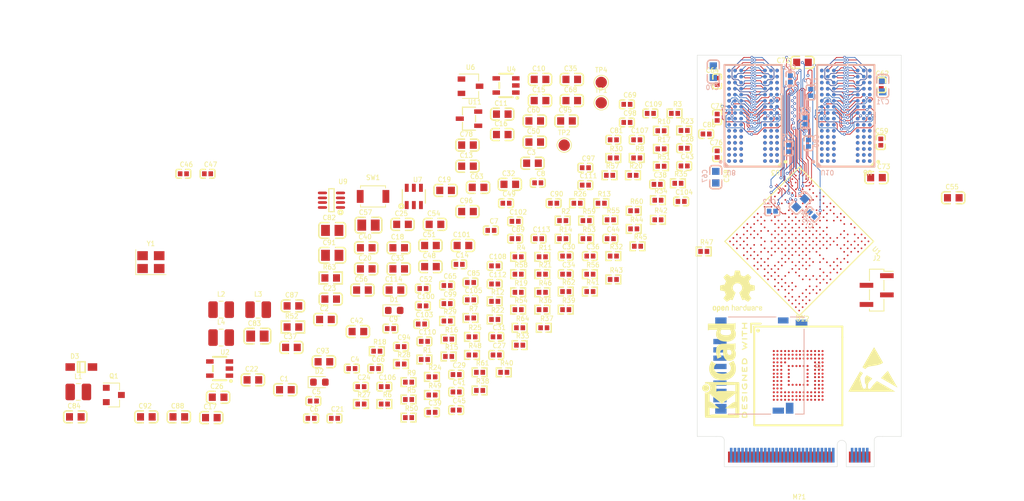
<source format=kicad_pcb>
(kicad_pcb (version 20211014) (generator pcbnew)
  (layers (0 "F.Cu" signal "F.Signal") (1 "In1.Cu" power "I2.Gnd") (2 "In2.Cu" power "I3.Power") (3 "In3.Cu" signal "I4.Signal") (4 "In4.Cu" power "I5.Gnd") (31 "B.Cu" signal "B.Signal") (34 "B.Paste" user) (35 "F.Paste" user) (36 "B.SilkS" user "B.Silkscreen") (37 "F.SilkS" user "F.Silkscreen") (38 "B.Mask" user) (39 "F.Mask" user) (44 "Edge.Cuts" user))
  (net 0 "")
  (net 1 "GND")
  (net 2 "Net-(C1-Pad1)")
  (net 3 "VDD-CPUS")
  (net 4 "+5V")
  (net 5 "Net-(C5-Pad1)")
  (net 6 "VCC-DRAM")
  (net 7 "/CPU_RAM/SVREF")
  (net 8 "/CPU_RAM/X24MI")
  (net 9 "Net-(C9-Pad1)")
  (net 10 "VDD-CPUX")
  (net 11 "VDD1V2-SYS")
  (net 12 "Net-(C21-Pad1)")
  (net 13 "/CPU_RAM/AP-RESET")
  (net 14 "Net-(C46-Pad1)")
  (net 15 "VDD3V3-AV")
  (net 16 "GNDA")
  (net 17 "/CPU_RAM/VDD-CPUFB")
  (net 18 "Net-(C78-Pad2)")
  (net 19 "Net-(C90-Pad2)")
  (net 20 "Net-(C92-Pad2)")
  (net 21 "Net-(C93-Pad2)")
  (net 22 "Net-(C101-Pad2)")
  (net 23 "1")
  (net 24 "Net-(C104-Pad2)")
  (net 25 "Net-(C106-Pad2)")
  (net 26 "Net-(C107-Pad2)")
  (net 27 "+2V5")
  (net 28 "Net-(C112-Pad1)")
  (net 29 "/CPU_RAM/HCEC_SRC")
  (net 30 "Net-(D1-Pad2)")
  (net 31 "Net-(D2-Pad2)")
  (net 32 "Net-(D3-Pad2)")
  (net 33 "/CPU_RAM/SDC0_D1")
  (net 34 "/CPU_RAM/SDC0_D0")
  (net 35 "Net-(J1-Pad5)")
  (net 36 "/CPU_RAM/SDC0_CMD")
  (net 37 "/CPU_RAM/SDC0_D3")
  (net 38 "/CPU_RAM/SDC0_D2")
  (net 39 "/CPU_RAM/SDC0_DET")
  (net 40 "Net-(J2-Pad2)")
  (net 41 "Net-(J2-Pad3)")
  (net 42 "Net-(L1-Pad1)")
  (net 43 "Net-(L2-Pad1)")
  (net 44 "Net-(L3-Pad1)")
  (net 45 "Net-(L4-Pad1)")
  (net 46 "/CPU_RAM/SPI0_MOSI_PC0")
  (net 47 "/CPU_RAM/RGMII_RXD3")
  (net 48 "/CPU_RAM/SPI0_MISO_PC1")
  (net 49 "/CPU_RAM/RGMII_RXD2")
  (net 50 "/CPU_RAM/SPIO_CLK_PC2")
  (net 51 "/CPU_RAM/RGMII_RXD1")
  (net 52 "/CPU_RAM/SPI0_CS_PC3")
  (net 53 "/CPU_RAM/RGMII_RXD0")
  (net 54 "/CPU_RAM/UART1_RX")
  (net 55 "/CPU_RAM/RGMII_RXCK")
  (net 56 "/CPU_RAM/UART1_TX")
  (net 57 "/CPU_RAM/RGMII_RXCTL")
  (net 58 "/CPU_RAM/I2C0_SDA_PA12")
  (net 59 "/CPU_RAM/PHY_PWR_EN_PD6")
  (net 60 "/CPU_RAM/I2C0_SCL_PA11")
  (net 61 "/CPU_RAM/RGMII_TXD3")
  (net 62 "/CPU_RAM/I2C1_SDA_PA19")
  (net 63 "/CPU_RAM/RGMII_TXD2")
  (net 64 "/CPU_RAM/I2C1_SCL_PA18")
  (net 65 "/CPU_RAM/RGMII_TXD1")
  (net 66 "/CPU_RAM/TV_OUT")
  (net 67 "/CPU_RAM/RGMII_TXD0")
  (net 68 "/CPU_RAM/MBIAS")
  (net 69 "/CPU_RAM/RGMII_TXCK")
  (net 70 "/CPU_RAM/MICIN1P")
  (net 71 "/CPU_RAM/RGMII_TXCTL")
  (net 72 "/CPU_RAM/MICIN1N")
  (net 73 "/CPU_RAM/PHY_RST_PD14")
  (net 74 "/CPU_RAM/LINEOUTR")
  (net 75 "/CPU_RAM/RGMII_CLKIN")
  (net 76 "/CPU_RAM/LINEOUTL")
  (net 77 "/CPU_RAM/RGMII_MDC")
  (net 78 "/CPU_RAM/USB0_DRVVBUS")
  (net 79 "/CPU_RAM/RGMII_MDIO")
  (net 80 "/CPU_RAM/USB_OTG_PG12")
  (net 81 "/CPU_RAM/USB_DP0")
  (net 82 "/CPU_RAM/HTXCP")
  (net 83 "/CPU_RAM/USB_DM0")
  (net 84 "/CPU_RAM/HTXCN")
  (net 85 "/CPU_RAM/USB_DP1")
  (net 86 "/CPU_RAM/HTX0P")
  (net 87 "/CPU_RAM/USB_DM1")
  (net 88 "/CPU_RAM/HTX0N")
  (net 89 "/CPU_RAM/USB_DP2")
  (net 90 "/CPU_RAM/HTX1P")
  (net 91 "/CPU_RAM/USB_DM2")
  (net 92 "/CPU_RAM/HTX1N")
  (net 93 "/CPU_RAM/USB_DP3")
  (net 94 "/CPU_RAM/HTX2P")
  (net 95 "/CPU_RAM/USB_DM3")
  (net 96 "/CPU_RAM/HTX2N")
  (net 97 "/CPU_RAM/HSCL")
  (net 98 "/CPU_RAM/HCEC")
  (net 99 "/CPU_RAM/HSDA")
  (net 100 "/CPU_RAM/HHPD")
  (net 101 "/CPU_RAM/KeyADC")
  (net 102 "Net-(R2-Pad2)")
  (net 103 "Net-(R4-Pad2)")
  (net 104 "Net-(R5-Pad1)")
  (net 105 "/CPU_RAM/X24MO")
  (net 106 "Net-(R8-Pad1)")
  (net 107 "Net-(R9-Pad1)")
  (net 108 "/CPU_RAM/PWR-DRAM")
  (net 109 "Net-(R14-Pad1)")
  (net 110 "Net-(R15-Pad1)")
  (net 111 "Net-(R16-Pad2)")
  (net 112 "Net-(R19-Pad1)")
  (net 113 "Net-(R20-Pad1)")
  (net 114 "/CPU_RAM/PWR-STB")
  (net 115 "Net-(R25-Pad1)")
  (net 116 "Net-(R26-Pad1)")
  (net 117 "/CPU_RAM/SCK_P")
  (net 118 "/CPU_RAM/SCK_N")
  (net 119 "Net-(R33-Pad1)")
  (net 120 "Net-(R34-Pad1)")
  (net 121 "/CPU_RAM/eMMC_CLK")
  (net 122 "Net-(R35-Pad1)")
  (net 123 "Net-(R37-Pad2)")
  (net 124 "Net-(R38-Pad2)")
  (net 125 "/CPU_RAM/UBOOT")
  (net 126 "/CPU_RAM/RECOVERY")
  (net 127 "/CPU_RAM/LED_PWR")
  (net 128 "/CPU_RAM/LED_STA")
  (net 129 "Net-(R45-Pad1)")
  (net 130 "/CPU_RAM/UART0_RX")
  (net 131 "/CPU_RAM/UART0_TX")
  (net 132 "/CPU_RAM/KEY_PWR")
  (net 133 "/CPU_RAM/SDC0_CLK")
  (net 134 "/CPU_RAM/SCKE1")
  (net 135 "/CPU_RAM/SA6")
  (net 136 "/CPU_RAM/SA5")
  (net 137 "/CPU_RAM/SA9")
  (net 138 "/CPU_RAM/SDQ16")
  (net 139 "/CPU_RAM/SDQ18")
  (net 140 "/CPU_RAM/SDQS2_N")
  (net 141 "/CPU_RAM/SDQ20")
  (net 142 "/CPU_RAM/SDQ22")
  (net 143 "/CPU_RAM/SDQ23")
  (net 144 "/CPU_RAM/SDQ26")
  (net 145 "/CPU_RAM/SDQ27")
  (net 146 "/CPU_RAM/SDQS3_N")
  (net 147 "/CPU_RAM/SDQ30")
  (net 148 "/CPU_RAM/SDQ31")
  (net 150 "/CPU_RAM/SCS1")
  (net 151 "/CPU_RAM/SCS0")
  (net 152 "/CPU_RAM/SA8")
  (net 153 "/CPU_RAM/SBA0")
  (net 154 "/CPU_RAM/SDQ19")
  (net 155 "/CPU_RAM/SWE")
  (net 156 "/CPU_RAM/SDQ24")
  (net 157 "/CPU_RAM/SODT0")
  (net 158 "/CPU_RAM/SDQ28")
  (net 160 "/CPU_RAM/SA4")
  (net 161 "/CPU_RAM/SA3")
  (net 162 "/CPU_RAM/SA2")
  (net 163 "/CPU_RAM/SBA2")
  (net 164 "/CPU_RAM/SA7")
  (net 165 "/CPU_RAM/SRAS")
  (net 166 "/CPU_RAM/SA13")
  (net 167 "/CPU_RAM/SODT1")
  (net 170 "/CPU_RAM/SDQ3")
  (net 171 "/CPU_RAM/SDQ7")
  (net 172 "/CPU_RAM/SDQ6")
  (net 173 "/CPU_RAM/SA1")
  (net 174 "/CPU_RAM/SRST")
  (net 175 "/CPU_RAM/SCAS")
  (net 178 "/CPU_RAM/SDQ5")
  (net 179 "/CPU_RAM/SBA1")
  (net 180 "/CPU_RAM/SA0")
  (net 183 "/CPU_RAM/WL_REG_PL7")
  (net 184 "/CPU_RAM/SDQS0_N")
  (net 185 "/CPU_RAM/SDQS0_P")
  (net 186 "/CPU_RAM/SDQ4")
  (net 187 "/CPU_RAM/SA12")
  (net 188 "/CPU_RAM/SA15")
  (net 189 "/CPU_RAM/SDQ1")
  (net 190 "/CPU_RAM/SDQ2")
  (net 191 "/CPU_RAM/SA10")
  (net 193 "/CPU_RAM/SDQ0")
  (net 194 "/CPU_RAM/SA11")
  (net 195 "/CPU_RAM/SA14")
  (net 197 "/CPU_RAM/SDQ14")
  (net 198 "/CPU_RAM/SDQM0")
  (net 199 "/CPU_RAM/SDQ15")
  (net 200 "/CPU_RAM/WL_WAKE_PG10")
  (net 202 "/CPU_RAM/SDQ13")
  (net 203 "/CPU_RAM/SDQ12")
  (net 205 "/CPU_RAM/SDC1_CMD")
  (net 206 "/CPU_RAM/SDQS1_P")
  (net 208 "/CPU_RAM/SDQ11")
  (net 209 "/CPU_RAM/SDQS1_N")
  (net 210 "/CPU_RAM/SDQ8")
  (net 211 "/CPU_RAM/SDC1_CLK")
  (net 212 "/CPU_RAM/SDQ10")
  (net 213 "/CPU_RAM/SDQ9")
  (net 214 "/CPU_RAM/eMMC_RST")
  (net 215 "/CPU_RAM/SDC1_D0")
  (net 216 "/CPU_RAM/SDQM1")
  (net 219 "/CPU_RAM/eMMC_D6")
  (net 222 "/CPU_RAM/SDC1_D1")
  (net 229 "/CPU_RAM/eMMC_D2")
  (net 238 "/CPU_RAM/eMMC_D7")
  (net 239 "/CPU_RAM/eMMC_D3")
  (net 240 "/CPU_RAM/eMMC_D1")
  (net 251 "/CPU_RAM/SDC1_D2")
  (net 252 "/CPU_RAM/SDC1_D3")
  (net 253 "/CPU_RAM/eMMC_D5")
  (net 254 "/CPU_RAM/eMMC_D0")
  (net 255 "/CPU_RAM/eMMC_D4")
  (net 263 "/CPU_RAM/SCKE0")
  (net 264 "/CPU_RAM/SDQM2")
  (net 265 "/CPU_RAM/SDQ17")
  (net 266 "/CPU_RAM/SDQS2_P")
  (net 267 "/CPU_RAM/SDQ21")
  (net 268 "/CPU_RAM/SDQM3")
  (net 269 "/CPU_RAM/SDQ25")
  (net 270 "/CPU_RAM/SDQS3_P")
  (net 271 "/CPU_RAM/SDQ29")
  (footprint "lc_lib:0603_C" (layer "F.Cu") (at -68 -10.2)
    (fp_text reference "C1")
    (fp_text value "0603_4.7uF__475_10%_16V")
  )
  (footprint "lc_lib:0603_C" (layer "F.Cu") (at -62.7 -19.5)
    (fp_text reference "C2")
    (fp_text value "0603_4.7uF__475_10%_16V")
  )
  (footprint "lc_lib:0603_C" (layer "F.Cu") (at -35.3 -40.2)
    (fp_text reference "C3")
    (fp_text value "0603_10uF__106_10%_10V")
  )
  (footprint "lc_lib:0402_C" (layer "F.Cu") (at -59.2 -13)
    (fp_text reference "C4")
    (fp_text value "0402_100nF__104_10%_16V")
  )
  (footprint "lc_lib:0402_C" (layer "F.Cu") (at -64.3 -8.7)
    (fp_text reference "C5")
    (fp_text value "0402_15pF__150_5%_50V")
  )
  (footprint "lc_lib:0402_C" (layer "F.Cu") (at -64.6 -6.4)
    (fp_text reference "C6")
    (fp_text value "100nF")
  )
  (footprint "lc_lib:0402_C" (layer "F.Cu") (at -40.8 -31.3)
    (fp_text reference "C7")
    (fp_text value "100nF")
  )
  (footprint "lc_lib:0402_C" (layer "F.Cu") (at -34.6 -37.6)
    (fp_text reference "C8")
    (fp_text value "0402_18pF__180_5%_50V")
  )
  (footprint "lc_lib:0402_C" (layer "F.Cu") (at -54.1 -18.3)
    (fp_text reference "C9")
    (fp_text value "0402_18pF__180_5%_50V")
  )
  (footprint "lc_lib:0603_C" (layer "F.Cu") (at -34.3 -51.3)
    (fp_text reference "C10")
    (fp_text value "0603_10uF__106_10%_10V")
  )
  (footprint "lc_lib:0603_C" (layer "F.Cu") (at -39.3 -46.7)
    (fp_text reference "C11")
    (fp_text value "0603_10uF__106_10%_10V")
  )
  (footprint "lc_lib:0603_C" (layer "F.Cu") (at -43.9 -39.8)
    (fp_text reference "C13")
    (fp_text value "0603_10uF__106_10%_10V")
  )
  (footprint "lc_lib:0402_C" (layer "F.Cu") (at -45 -26.8)
    (fp_text reference "C14")
    (fp_text value "0402_100nF__104_10%_16V")
  )
  (footprint "lc_lib:0603_C" (layer "F.Cu") (at -34.3 -48.5)
    (fp_text reference "C15")
    (fp_text value "0603_10uF__106_10%_10V")
  )
  (footprint "lc_lib:0603_C" (layer "F.Cu") (at -39.3 -44)
    (fp_text reference "C16")
    (fp_text value "0603_10uF__106_10%_10V")
  )
  (footprint "lc_lib:0603_C" (layer "F.Cu") (at -77.8 -6.5)
    (fp_text reference "C17")
    (fp_text value "0603_10uF__106_10%_10V")
  )
  (footprint "lc_lib:0603_C" (layer "F.Cu") (at -53 -29)
    (fp_text reference "C18")
    (fp_text value "0603_10uF__106_10%_10V")
  )
  (footprint "lc_lib:0603_C" (layer "F.Cu") (at -46.8 -36.6)
    (fp_text reference "C19")
    (fp_text value "1uF_0402_105_10%_50V")
  )
  (footprint "lc_lib:0603_C" (layer "F.Cu") (at -57.3 -26.2)
    (fp_text reference "C20")
    (fp_text value "1uF_0402_105_10%_50V")
  )
  (footprint "lc_lib:0402_C" (layer "F.Cu") (at -61.5 -6.4)
    (fp_text reference "C21")
    (fp_text value "0402_15pF__150_5%_50V")
  )
  (footprint "lc_lib:0603_C" (layer "F.Cu") (at -72.3 -11.5)
    (fp_text reference "C22")
    (fp_text value "1uF_0402_105_10%_50V")
  )
  (footprint "lc_lib:0603_C" (layer "F.Cu") (at -62 -22.2)
    (fp_text reference "C23")
    (fp_text value "1uF_0402_105_10%_50V")
  )
  (footprint "lc_lib:0402_C" (layer "F.Cu") (at -58 -10.6)
    (fp_text reference "C24")
    (fp_text value "100nF")
  )
  (footprint "lc_lib:0603_C" (layer "F.Cu") (at -52.5 -32.1)
    (fp_text reference "C25")
    (fp_text value "1uF_0402_105_10%_50V")
  )
  (footprint "lc_lib:0603_C" (layer "F.Cu") (at -76.9 -9.2)
    (fp_text reference "C26")
    (fp_text value "1uF_0402_105_10%_50V")
  )
  (footprint "lc_lib:0402_C" (layer "F.Cu") (at -40.1 -14.8)
    (fp_text reference "C27")
    (fp_text value "100nF")
  )
  (footprint "lc_lib:0402_C" (layer "F.Cu") (at -15.227499 -42.185499)
    (fp_text reference "C28")
    (fp_text value "0402_100nF__104_10%_16V")
  )
  (footprint "lc_lib:0402_C" (layer "F.Cu") (at -45.4 -12.2)
    (fp_text reference "C29")
    (fp_text value "0402_100nF__104_10%_16V")
  )
  (footprint "lc_lib:0402_C" (layer "F.Cu") (at -30.9 -27.9)
    (fp_text reference "C30")
    (fp_text value "0402_100nF__104_10%_16V")
  )
  (footprint "lc_lib:0402_C" (layer "F.Cu") (at -40.1 -17.2)
    (fp_text reference "C31")
    (fp_text value "0402_100nF__104_10%_16V")
  )
  (footprint "lc_lib:0603_C" (layer "F.Cu") (at -38.3 -37.4)
    (fp_text reference "C32")
    (fp_text value "0603_10uF__106_10%_10V")
  )
  (footprint "lc_lib:0603_C" (layer "F.Cu") (at -53 -26.2)
    (fp_text reference "C33")
    (fp_text value "0603_10uF__106_10%_10V")
  )
  (footprint "lc_lib:0402_C" (layer "F.Cu") (at -30.9 -25.5)
    (fp_text reference "C34")
    (fp_text value "0402_100nF__104_10%_16V")
  )
  (footprint "lc_lib:0603_C" (layer "F.Cu") (at -30.1 -51.3)
    (fp_text reference "C35")
    (fp_text value "0603_10uF__106_10%_10V")
  )
  (footprint "lc_lib:0402_C" (layer "F.Cu") (at -27.7 -27.9)
    (fp_text reference "C36")
    (fp_text value "0402_100nF__104_10%_16V")
  )
  (footprint "lc_lib:0603_C" (layer "F.Cu") (at -67.2 -15.8)
    (fp_text reference "C37")
    (fp_text value "1uF_0402_105_10%_50V")
  )
  (footprint "lc_lib:0402_C" (layer "F.Cu") (at -18.8 -37.4)
    (fp_text reference "C38")
    (fp_text value "0402_100nF__104_10%_16V")
  )
  (footprint "lc_lib:0402_C" (layer "F.Cu") (at -48.6 -7.2)
    (fp_text reference "C39")
    (fp_text value "0402_100nF__104_10%_16V")
  )
  (footprint "lc_lib:0603_C" (layer "F.Cu") (at -57.3 -29)
    (fp_text reference "C40")
    (fp_text value "0603_10uF__106_10%_10V")
  )
  (footprint "lc_lib:0402_C" (layer "F.Cu") (at -45.4 -9.9)
    (fp_text reference "C41")
    (fp_text value "0402_100nF__104_10%_16V")
  )
  (footprint "lc_lib:0603_C" (layer "F.Cu") (at -58.4 -17.9)
    (fp_text reference "C42")
    (fp_text value "1uF_0402_105_10%_50V")
  )
  (footprint "lc_lib:0402_C" (layer "F.Cu") (at -15.227499 -39.835499)
    (fp_text reference "C43")
    (fp_text value "0402_100nF__104_10%_16V")
  )
  (footprint "lc_lib:0402_C" (layer "F.Cu") (at -25 -30.2)
    (fp_text reference "C44")
    (fp_text value "0402_100nF__104_10%_16V")
  )
  (footprint "lc_lib:0402_C" (layer "F.Cu") (at -45.4 -7.5)
    (fp_text reference "C45")
    (fp_text value "100nF")
  )
  (footprint "lc_lib:0402_C" (layer "F.Cu") (at -81.5 -38.8)
    (fp_text reference "C46")
    (fp_text value "0402_15pF__150_5%_50V")
  )
  (footprint "lc_lib:0402_C" (layer "F.Cu") (at -78.3 -38.8)
    (fp_text reference "C47")
    (fp_text value "100nF")
  )
  (footprint "lc_lib:0603_C" (layer "F.Cu") (at -48.8 -26.5)
    (fp_text reference "C48")
    (fp_text value "0603_10uF__106_10%_10V")
  )
  (footprint "lc_lib:0402_C" (layer "F.Cu") (at -38.8 -34.9)
    (fp_text reference "C49")
    (fp_text value "0402_100nF__104_10%_16V")
  )
  (footprint "lc_lib:0603_C" (layer "F.Cu") (at -35 -43)
    (fp_text reference "C50")
    (fp_text value "0603_10uF__106_10%_10V")
  )
  (footprint "lc_lib:0603_C" (layer "F.Cu") (at -48.8 -29.3)
    (fp_text reference "C51")
    (fp_text value "0603_10uF__106_10%_10V")
  )
  (footprint "lc_lib:0402_C" (layer "F.Cu") (at -49.8 -23.6)
    (fp_text reference "C52")
    (fp_text value "0402_100nF__104_10%_16V")
  )
  (footprint "lc_lib:0603_C" (layer "F.Cu") (at -48.2 -32.1)
    (fp_text reference "C54")
    (fp_text value "1uF_0402_105_10%_50V")
  )
  (footprint "lc_lib:0603_C" (layer "F.Cu") (at 20.3835 -35.6235)
    (fp_text reference "C55")
    (fp_text value "1uF_0402_105_10%_50V")
  )
  (footprint "lc_lib:0603_C" (layer "F.Cu") (at -57.8 -23.4)
    (fp_text reference "C56")
    (fp_text value "1uF_0402_105_10%_50V")
  )
  (footprint "lc_lib:0805_C" (layer "F.Cu") (at -57 -32)
    (fp_text reference "C57")
    (fp_text value "0805_22uF__226_20%_25V")
  )
  (footprint "lc_lib:0603_C" (layer "F.Cu") (at -11.049 -38.354 -90)
    (fp_text reference "C58")
    (fp_text value "1uF_0402_105_10%_50V")
  )
  (footprint "lc_lib:0402_C" (layer "F.Cu") (at 10.795 -43 90)
    (fp_text reference "C59")
    (fp_text value "0402_100nF__104_10%_16V")
  )
  (footprint "lc_lib:0603_C" (layer "F.Cu") (at -35 -45.8)
    (fp_text reference "C60")
    (fp_text value "0603_10uF__106_10%_10V")
  )
  (footprint "lc_lib:0402_C" (layer "F.Cu") (at 10.8585 -50.546 90)
    (fp_text reference "C62")
    (fp_text value "0402_100nF__104_10%_16V")
  )
  (footprint "lc_lib:0603_C" (layer "F.Cu") (at -42.5 -37)
    (fp_text reference "C63")
    (fp_text value "0603_10uF__106_10%_10V")
  )
  (footprint "lc_lib:0402_C" (layer "F.Cu") (at -10.8585 -51.0481 -90)
    (fp_text reference "C64")
    (fp_text value "0402_100nF__104_10%_16V")
  )
  (footprint "lc_lib:0402_C" (layer "F.Cu") (at -46.6 -24)
    (fp_text reference "C65")
    (fp_text value "0402_100nF__104_10%_16V")
  )
  (footprint "lc_lib:0402_C" (layer "F.Cu") (at -56.1 -13)
    (fp_text reference "C66")
    (fp_text value "100nF")
  )
  (footprint "lc_lib:0603_C" (layer "F.Cu") (at -30.1 -48.5)
    (fp_text reference "C68")
    (fp_text value "0603_10uF__106_10%_10V")
  )
  (footprint "lc_lib:0402_C" (layer "F.Cu") (at -22.8 -48)
    (fp_text reference "C69")
    (fp_text value "100nF")
  )
  (footprint "lc_lib:0603_C" (layer "F.Cu") (at 0.4318 -53.5559)
    (fp_text reference "C72")
    (fp_text value "1uF_0402_105_10%_50V")
  )
  (footprint "lc_lib:0603_C" (layer "F.Cu") (at 10.2235 -38.2905)
    (fp_text reference "C73")
    (fp_text value "1uF_0402_105_10%_50V")
  )
  (footprint "lc_lib:0402_C" (layer "F.Cu") (at -10.8585 -46.2915 -90)
    (fp_text reference "C74")
    (fp_text value "0402_100nF__104_10%_16V")
  )
  (footprint "lc_lib:0402_C" (layer "F.Cu") (at -10.8585 -41.402 -90)
    (fp_text reference "C76")
    (fp_text value "0402_100nF__104_10%_16V")
  )
  (footprint "lc_lib:0603_C" (layer "F.Cu") (at -43.9 -42.6)
    (fp_text reference "C78")
    (fp_text value "0603_10uF__106_10%_10V")
  )
  (footprint "lc_lib:0402_C" (layer "F.Cu") (at -24.6 -43.3)
    (fp_text reference "C81")
    (fp_text value "0402_100nF__104_10%_16V")
  )
  (footprint "lc_lib:0805_C" (layer "F.Cu") (at -61.8 -31.3)
    (fp_text reference "C82")
    (fp_text value "0805_22uF__226_20%_25V")
  )
  (footprint "lc_lib:0805_C" (layer "F.Cu") (at -71.7 -17.3)
    (fp_text reference "C83")
    (fp_text value "0805_22uF__226_20%_25V")
  )
  (footprint "lc_lib:0603_C" (layer "F.Cu") (at -95.8 -6.6)
    (fp_text reference "C84")
    (fp_text value "0603_10uF__106_10%_10V")
  )
  (footprint "lc_lib:0402_C" (layer "F.Cu") (at -43.5 -24.4)
    (fp_text reference "C85")
    (fp_text value "0402_100nF__104_10%_16V")
  )
  (footprint "lc_lib:0402_C" (layer "F.Cu") (at -12.319 -44.069)
    (fp_text reference "C86")
    (fp_text value "0402_100nF__104_10%_16V")
  )
  (footprint "lc_lib:0603_C" (layer "F.Cu") (at -67 -21.3)
    (fp_text reference "C87")
    (fp_text value "0603_10uF__106_10%_10V")
  )
  (footprint "lc_lib:0603_C" (layer "F.Cu") (at -82.1 -6.6)
    (fp_text reference "C88")
    (fp_text value "0603_10uF__106_10%_10V")
  )
  (footprint "lc_lib:0402_C" (layer "F.Cu") (at -37.6 -30.2)
    (fp_text reference "C89")
    (fp_text value "0402_100nF__104_10%_16V")
  )
  (footprint "lc_lib:0402_C" (layer "F.Cu") (at -32.5 -34.9)
    (fp_text reference "C90")
    (fp_text value "0402_100nF__104_10%_16V")
  )
  (footprint "lc_lib:0805_C" (layer "F.Cu") (at -61.8 -28)
    (fp_text reference "C91")
    (fp_text value "0805_10uF__106_10%_25V")
  )
  (footprint "lc_lib:0603_C" (layer "F.Cu") (at -86.4 -6.6)
    (fp_text reference "C92")
    (fp_text value "0603_1uF__105_10%_50V")
  )
  (footprint "lc_lib:0603_C" (layer "F.Cu") (at -62.9 -13.9)
    (fp_text reference "C93")
    (fp_text value "0603_4.7uF__475_10%_16V")
  )
  (footprint "lc_lib:0402_C" (layer "F.Cu") (at -52.7 -15.9)
    (fp_text reference "C94")
    (fp_text value "0402_100nF__104_10%_16V")
  )
  (footprint "lc_lib:0603_C" (layer "F.Cu") (at -30.8 -45.8)
    (fp_text reference "C95")
    (fp_text value "1uF_0402_105_10%_50V")
  )
  (footprint "lc_lib:0603_C" (layer "F.Cu") (at -43.9 -33.8)
    (fp_text reference "C96")
    (fp_text value "1uF_0402_105_10%_50V")
  )
  (footprint "lc_lib:0402_C" (layer "F.Cu") (at -28.3 -39.6)
    (fp_text reference "C97")
    (fp_text value "0402_100nF__104_10%_16V")
  )
  (footprint "lc_lib:0402_C" (layer "F.Cu") (at -22.8 -45.6)
    (fp_text reference "C98")
    (fp_text value "0402_100nF__104_10%_16V")
  )
  (footprint "lc_lib:0402_C" (layer "F.Cu") (at -46.6 -21.6)
    (fp_text reference "C99")
    (fp_text value "0402_100nF__104_10%_16V")
  )
  (footprint "lc_lib:0402_C" (layer "F.Cu") (at -49.8 -21.3)
    (fp_text reference "C100")
    (fp_text value "0402_100nF__104_10%_16V")
  )
  (footprint "lc_lib:0603_C" (layer "F.Cu") (at -44.5 -29.3)
    (fp_text reference "C101")
    (fp_text value "0603_1uF__105_10%_50V")
  )
  (footprint "lc_lib:0402_C" (layer "F.Cu") (at -37.6 -32.5)
    (fp_text reference "C102")
    (fp_text value "0402_100nF__104_10%_16V")
  )
  (footprint "lc_lib:0402_C" (layer "F.Cu") (at -50 -18.9)
    (fp_text reference "C103")
    (fp_text value "0402_100nF__104_10%_16V")
  )
  (footprint "lc_lib:0402_C" (layer "F.Cu") (at -15.627499 -35.135499)
    (fp_text reference "C104")
    (fp_text value "0402_100nF__104_10%_16V")
  )
  (footprint "lc_lib:0402_C" (layer "F.Cu") (at -43.5 -22.1)
    (fp_text reference "C105")
    (fp_text value "0402_100nF__104_10%_16V")
  )
  (footprint "lc_lib:0402_C" (layer "F.Cu") (at -54.9 -10.6)
    (fp_text reference "C106")
    (fp_text value "0402_100nF__104_10%_16V")
  )
  (footprint "lc_lib:0402_C" (layer "F.Cu") (at -21.5 -43.3)
    (fp_text reference "C107")
    (fp_text value "0402_100nF__104_10%_16V")
  )
  (footprint "lc_lib:0402_C" (layer "F.Cu") (at -40.3 -26.6)
    (fp_text reference "C108")
    (fp_text value "0402_100nF__104_10%_16V")
  )
  (footprint "lc_lib:0402_C" (layer "F.Cu") (at -19.7 -46.8)
    (fp_text reference "C109")
    (fp_text value "0402_100nF__104_10%_16V")
  )
  (footprint "lc_lib:0402_C" (layer "F.Cu") (at -49.6 -16.6)
    (fp_text reference "C110")
    (fp_text value "0402_100nF__104_10%_16V")
  )
  (footprint "lc_lib:0402_C" (layer "F.Cu") (at -28.3 -37.3)
    (fp_text reference "C111")
    (fp_text value "0402_100nF__104_10%_16V")
  )
  (footprint "lc_lib:0402_C" (layer "F.Cu") (at -40.3 -24.2)
    (fp_text reference "C112")
    (fp_text value "0402_100nF__104_10%_16V")
  )
  (footprint "lc_lib:0402_C" (layer "F.Cu") (at -34.5 -30.2)
    (fp_text reference "C113")
    (fp_text value "0402_100nF__104_10%_16V")
  )
  (footprint "lc_lib:0603_C" (layer "F.Cu") (at -53.5 -23.4)
    (fp_text reference "C114")
    (fp_text value "0603_10uF__106_10%_10V")
  )
  (footprint "LED_SMD:LED_0603_1608Metric" (layer "F.Cu") (at -53.6 -20.7)
    (fp_text reference "D1")
    (fp_text value "LED_PWR")
  )
  (footprint "LED_SMD:LED_0603_1608Metric" (layer "F.Cu") (at -63.5 -11.2)
    (fp_text reference "D2")
    (fp_text value "LED_STA")
  )
  (footprint "lc_lib:SOD-123" (layer "F.Cu") (at -95 -13.2)
    (fp_text reference "D3")
    (fp_text value "SOD-123_B5819W__SL")
  )
  (footprint "Connector_PinSocket_1.27mm:PinSocket_1x04_P1.27mm_Vertical_SMD_Pin1Right" (layer "F.Cu") (at 10.2489 -23.3938)
    (fp_text reference "J2")
    (fp_text value "SYS_UART")
  )
  (footprint "Inductor_SMD:L_1008_2520Metric" (layer "F.Cu") (at -95.4 -9.9)
    (fp_text reference "L1")
    (fp_text value "DFE252010P-2R2M=P2")
  )
  (footprint "Inductor_SMD:L_1008_2520Metric" (layer "F.Cu") (at -76.5 -20.8)
    (fp_text reference "L2")
    (fp_text value "DFE252010P-2R2M=P2")
  )
  (footprint "Inductor_SMD:L_1008_2520Metric" (layer "F.Cu") (at -71.6 -20.8)
    (fp_text reference "L3")
    (fp_text value "DFE252010P-2R2M=P2")
  )
  (footprint "Inductor_SMD:L_1008_2520Metric" (layer "F.Cu") (at -76.5 -17.1)
    (fp_text reference "L4")
    (fp_text value "DFE252010P-2R2M=P2")
  )
  (footprint "NGFF:NGFF_B" (layer "F.Cu") (at 0 0)
    (fp_text reference "M?1")
    (fp_text value "NGFF_M2_KeyB_Father")
    (fp_line (start 6.225 -2.9) (end 6.225 0) (layer "Edge.Cuts") (width 0.05))
    (fp_line (start -11 -4) (end -10.425 -4) (layer "Edge.Cuts") (width 0.05))
    (fp_line (start -9.925 -3.5) (end -9.925 0) (layer "Edge.Cuts") (width 0.05))
    (fp_line (start 0 0) (end 5.025 0) (layer "Edge.Cuts") (width 0.05))
    (fp_line (start 5.025 0) (end 5.025 -2.9) (layer "Edge.Cuts") (width 0.05))
    (fp_line (start 6.225 0) (end 9.925 0) (layer "Edge.Cuts") (width 0.05))
    (fp_line (start 9.925 0) (end 9.925 -3.5) (layer "Edge.Cuts") (width 0.05))
    (fp_line (start 10.425 -4) (end 11 -4) (layer "Edge.Cuts") (width 0.05))
    (fp_line (start -9.925 0) (end 0 0) (layer "Edge.Cuts") (width 0.05))
    (fp_arc (start 9.925 -3.5) (mid 10.071447 -3.853553) (end 10.425 -4) (layer "Edge.Cuts") (width 0.05))
    (fp_arc (start 5.025 -2.9) (mid 5.625 -3.5) (end 6.225 -2.9) (layer "Edge.Cuts") (width 0.05))
    (fp_arc (start -10.425 -4) (mid -10.071447 -3.853553) (end -9.925 -3.5) (layer "Edge.Cuts") (width 0.05))
  )
  (footprint "Package_TO_SOT_SMD:SOT-23" (layer "F.Cu") (at -90.7 -9.5)
    (fp_text reference "Q1")
    (fp_text value "BSN20")
  )
  (footprint "lc_lib:0402_R" (layer "F.Cu") (at -49.6 -14.2)
    (fp_text reference "R1")
    (fp_text value "0402_100KΩ__1003_1%")
  )
  (footprint "lc_lib:0402_R" (layer "F.Cu") (at -31.3 -32.6)
    (fp_text reference "R2")
    (fp_text value "0402_47KΩ__4702_1%")
  )
  (footprint "lc_lib:0402_R" (layer "F.Cu") (at -16.5 -46.8)
    (fp_text reference "R3")
    (fp_text value "0402_0Ω__0R0_1%")
  )
  (footprint "lc_lib:0402_R" (layer "F.Cu") (at -37.2 -27.8)
    (fp_text reference "R4")
    (fp_text value "0402_0Ω__0R0_1%")
  )
  (footprint "lc_lib:0402_R" (layer "F.Cu") (at -51.7 -8.9)
    (fp_text reference "R5")
    (fp_text value "240R")
  )
  (footprint "lc_lib:0402_R" (layer "F.Cu") (at -54.9 -8.3)
    (fp_text reference "R6")
    (fp_text value "0402_10KΩ__1002_1%")
  )
  (footprint "lc_lib:0402_R" (layer "F.Cu") (at -43.5 -19.7)
    (fp_text reference "R7")
    (fp_text value "0402_0Ω__0R0_1%")
  )
  (footprint "lc_lib:0402_R" (layer "F.Cu") (at -21.5 -40.9)
    (fp_text reference "R8")
    (fp_text value "240R")
  )
  (footprint "lc_lib:0402_R" (layer "F.Cu") (at -51.7 -11.2)
    (fp_text reference "R9")
    (fp_text value "240R")
  )
  (footprint "lc_lib:0402_R" (layer "F.Cu") (at -18.3 -44.5)
    (fp_text reference "R10")
    (fp_text value "0402_15KΩ__1502_1%")
  )
  (footprint "lc_lib:0402_R" (layer "F.Cu") (at -34 -27.8)
    (fp_text reference "R11")
    (fp_text value "0402_10KΩ__1002_1%")
  )
  (footprint "lc_lib:0402_R" (layer "F.Cu") (at -40.3 -21.9)
    (fp_text reference "R12")
    (fp_text value "0402_6.8KΩ__6801_1%")
  )
  (footprint "lc_lib:0402_R" (layer "F.Cu") (at -26.2 -34.9)
    (fp_text reference "R13")
    (fp_text value "0402_30KΩ__3002_1%")
  )
  (footprint "lc_lib:0402_R" (layer "F.Cu") (at -31.3 -30.2)
    (fp_text reference "R14")
    (fp_text value "240R")
  )
  (footprint "lc_lib:0402_R" (layer "F.Cu") (at -46.4 -14.6)
    (fp_text reference "R15")
    (fp_text value "240R")
  )
  (footprint "lc_lib:0402_R" (layer "F.Cu") (at -46.4 -16.9)
    (fp_text reference "R16")
    (fp_text value "0402_10KΩ__1002_1%")
  )
  (footprint "lc_lib:0402_R" (layer "F.Cu") (at -18.3 -42.1)
    (fp_text reference "R17")
    (fp_text value "0402_10KΩ__1002_1%")
  )
  (footprint "lc_lib:0402_R" (layer "F.Cu") (at -55.9 -15.3)
    (fp_text reference "R18")
    (fp_text value "0402_10KΩ__1002_1%")
  )
  (footprint "lc_lib:0402_R" (layer "F.Cu") (at -37.2 -23.1)
    (fp_text reference "R19")
    (fp_text value "240R")
  )
  (footprint "lc_lib:0402_R" (layer "F.Cu") (at -22 -38.6)
    (fp_text reference "R20")
    (fp_text value "240R")
  )
  (footprint "lc_lib:0402_R" (layer "F.Cu") (at -34 -25.5)
    (fp_text reference "R21")
    (fp_text value "0402_10KΩ__1002_1%")
  )
  (footprint "lc_lib:0402_R" (layer "F.Cu") (at -40.3 -19.5)
    (fp_text reference "R22")
    (fp_text value "0402_0Ω__0R0_1%")
  )
  (footprint "lc_lib:0402_R" (layer "F.Cu") (at -15.227499 -44.535499)
    (fp_text reference "R23")
    (fp_text value "0402_10KΩ__1002_1%")
  )
  (footprint "lc_lib:0402_R" (layer "F.Cu") (at -48.6 -11.9)
    (fp_text reference "R24")
    (fp_text value "0402_0Ω__0R0_1%")
  )
  (footprint "lc_lib:0402_R" (layer "F.Cu") (at -43.3 -17.2)
    (fp_text reference "R25")
    (fp_text value "240R")
  )
  (footprint "lc_lib:0402_R" (layer "F.Cu") (at -29.4 -34.9)
    (fp_text reference "R26")
    (fp_text value "240R")
  )
  (footprint "lc_lib:0402_R" (layer "F.Cu") (at -58 -8.3)
    (fp_text reference "R27")
    (fp_text value "0402_12KΩ__1202_1%")
  )
  (footprint "lc_lib:0402_R" (layer "F.Cu") (at -52.7 -13.6)
    (fp_text reference "R28")
    (fp_text value "0402_10KΩ__1002_1%")
  )
  (footprint "lc_lib:0402_R" (layer "F.Cu") (at -46.6 -19.3)
    (fp_text reference "R29")
    (fp_text value "0402_2KΩ__2001_1%")
  )
  (footprint "lc_lib:0402_R" (layer "F.Cu") (at -24.6 -40.9)
    (fp_text reference "R30")
    (fp_text value "0402_2KΩ__2001_1%")
  )
  (footprint "lc_lib:0402_R" (layer "F.Cu") (at -24.6 -27.9)
    (fp_text reference "R32")
    (fp_text value "0402_220KΩ__2203_1%")
  )
  (footprint "lc_lib:0402_R" (layer "F.Cu") (at -37 -16.1)
    (fp_text reference "R33")
    (fp_text value "0402_10KΩ__1002_1%")
  )
  (footprint "lc_lib:0402_R" (layer "F.Cu") (at -18.7 -35.3)
    (fp_text reference "R34")
    (fp_text value "0402_22Ω__22R0_1%")
  )
  (footprint "lc_lib:0402_R" (layer "F.Cu") (at -16.0528 -37.5412)
    (fp_text reference "R35")
    (fp_text value "0402_10KΩ__1002_1%")
  )
  (footprint "lc_lib:0402_R" (layer "F.Cu") (at -34 -20.8)
    (fp_text reference "R36")
    (fp_text value "0402_0Ω__0R0_1%")
  )
  (footprint "lc_lib:0402_R" (layer "F.Cu") (at -33.8 -18.4)
    (fp_text reference "R37")
    (fp_text value "0402_6KΩ__6001_1%")
  )
  (footprint "lc_lib:0402_R" (layer "F.Cu") (at -42.3 -10.1)
    (fp_text reference "R38")
    (fp_text value "0402_10KΩ__1002_1%")
  )
  (footprint "lc_lib:0402_R" (layer "F.Cu") (at -30.9 -20.8)
    (fp_text reference "R39")
    (fp_text value "0402_10KΩ__1002_1%")
  )
  (footprint "lc_lib:0402_R" (layer "F.Cu") (at -39.1 -12.5)
    (fp_text reference "R40")
    (fp_text value "0402_10KΩ__1002_1%")
  )
  (footprint "lc_lib:0402_R" (layer "F.Cu") (at -27.7 -23.2)
    (fp_text reference "R41")
    (fp_text value "0402_10KΩ__1002_1%")
  )
  (footprint "lc_lib:0402_R" (layer "F.Cu") (at -18.7 -32.7)
    (fp_text reference "R42")
    (fp_text value "0402_10KΩ__1002_1%")
  )
  (footprint "lc_lib:0402_R" (layer "F.Cu") (at -24.6 -24.8)
    (fp_text reference "R43")
    (fp_text value "0402_1KΩ__1001_1%")
  )
  (footprint "lc_lib:0402_R" (layer "F.Cu") (at -21.9 -31.5)
    (fp_text reference "R44")
    (fp_text value "0402_470Ω__4700_1%")
  )
  (footprint "lc_lib:0402_R" (layer "F.Cu") (at -21.4 -29.2)
    (fp_text reference "R45")
    (fp_text value "0402_330Ω__3300_1%")
  )
  (footprint "lc_lib:0402_R" (layer "F.Cu") (at -34 -23.1)
    (fp_text reference "R46")
    (fp_text value "0402_4.7KΩ__4701_1%")
  )
  (footprint "lc_lib:0402_R" (layer "F.Cu") (at -12.6365 -28.5115)
    (fp_text reference "R47")
    (fp_text value "0402_330Ω__3300_1%")
  )
  (footprint "lc_lib:0402_R" (layer "F.Cu") (at -43.3 -14.8)
    (fp_text reference "R48")
    (fp_text value "0402_100KΩ__1003_1%")
  )
  (footprint "lc_lib:0402_R" (layer "F.Cu") (at -48.6 -9.5)
    (fp_text reference "R49")
    (fp_text value "0402_0Ω__0R0_1%")
  )
  (footprint "lc_lib:0402_R" (layer "F.Cu") (at -51.7 -6.5)
    (fp_text reference "R50")
    (fp_text value "0402_0Ω__0R0_1%")
  )
  (footprint "lc_lib:0402_R" (layer "F.Cu") (at -18.3 -39.8)
    (fp_text reference "R51")
    (fp_text value "0402_2KΩ__2001_1%")
  )
  (footprint "lc_lib:0603_R" (layer "F.Cu") (at -67 -18.5)
    (fp_text reference "R52")
    (fp_text value "0603_3.6KΩ__3601_1%")
  )
  (footprint "lc_lib:0402_R" (layer "F.Cu") (at -28.2 -30.2)
    (fp_text reference "R53")
    (fp_text value "AVRL101A1R1NTB")
  )
  (footprint "lc_lib:0402_R" (layer "F.Cu") (at -37.2 -20.8)
    (fp_text reference "R54")
    (fp_text value "AVRL101A1R1NTB")
  )
  (footprint "lc_lib:0402_R" (layer "F.Cu") (at -25 -32.7)
    (fp_text reference "R55")
    (fp_text value "0402_33Ω__33R0_1%")
  )
  (footprint "lc_lib:0402_R" (layer "F.Cu") (at -27.7 -25.5)
    (fp_text reference "R56")
    (fp_text value "AVRL101A1R1NTB")
  )
  (footprint "lc_lib:0402_R" (layer "F.Cu") (at -25.1 -38.6)
    (fp_text reference "R57")
    (fp_text value "AVRL101A1R1NTB")
  )
  (footprint "lc_lib:0402_R" (layer "F.Cu") (at -37.2 -25.5)
    (fp_text reference "R58")
    (fp_text value "AVRL101A1R1NTB")
  )
  (footprint "lc_lib:0402_R" (layer "F.Cu") (at -28.2 -32.6)
    (fp_text reference "R59")
    (fp_text value "AVRL101A1R1NTB")
  )
  (footprint "lc_lib:0402_R" (layer "F.Cu") (at -21.9 -33.9)
    (fp_text reference "R60")
    (fp_text value "AVRL101A1R1NTB")
  )
  (footprint "lc_lib:0402_R" (layer "F.Cu") (at -42.3 -12.5)
    (fp_text reference "R61")
    (fp_text value "0402_47KΩ__4702_1%")
  )
  (footprint "lc_lib:0402_R" (layer "F.Cu") (at -30.9 -23.2)
    (fp_text reference "R62")
    (fp_text value "AVRL101A1R1NTB")
  )
  (footprint "lc_lib:0603_R" (layer "F.Cu") (at -62 -25)
    (fp_text reference "R63")
    (fp_text value "0603_2Ω__2R00_1%")
  )
  (footprint "lc_lib:0402_R" (layer "F.Cu") (at -37 -18.4)
    (fp_text reference "R64")
    (fp_text value "0402_47KΩ__4702_1%")
  )
  (footprint "Button_Switch_SMD:SW_SPST_B3U-1000P" (layer "F.Cu") (at -56.4 -35.8)
    (fp_text reference "SW1")
    (fp_text value "SW_Push")
  )
  (footprint "TestPoint:TestPoint_Pad_D1.5mm" (layer "F.Cu") (at -26.2 -48.2)
    (fp_text reference "TP1")
    (fp_text value "VDD-CPUX")
  )
  (footprint "TestPoint:TestPoint_Pad_D1.5mm" (layer "F.Cu") (at -31.1 -42.6)
    (fp_text reference "TP2")
    (fp_text value "VDD3V3-AV")
  )
  (footprint "TestPoint:TestPoint_Pad_D1.5mm" (layer "F.Cu") (at -26.2 -50.9)
    (fp_text reference "TP4")
    (fp_text value "VDD3V3")
  )
  (footprint "SoC:BGA-347_L14.0-W14.0-R21-C21-3C" (layer "F.Cu") (at 0 -29.845 135)
    (fp_text reference "U1")
    (fp_text value "ALLWINNER-H5(FBGA-347)" hide)
  )
  (footprint "Package_TO_SOT_SMD:SOT-23-5_L3.0-W1.7-P0.95-LS2C1" (layer "F.Cu") (at -76.7 -13)
    (fp_text reference "U2")
    (fp_text value "RT8059GJ5" hide)
  )
  (footprint "SoC:FBGA-96_L13.5-W7.5-R16-C6-P096" (layer "F.Cu") (at -6.1087 -46.482 180)
    (fp_text reference "U3")
    (fp_text value "K4B8G1646Q-MYK0(FBGA-96_512MX16_DDR3-1600)" hide)
  )
  (footprint "Package_TO_SOT_SMD:SOT-23-5_L3.0-W1.7-P0.95-LS2C1" (layer "F.Cu") (at -38.8 -50.5)
    (fp_text reference "U4")
    (fp_text value "RT8059GJ5" hide)
  )
  (footprint "SoC:FBGA-96_L13.5-W7.5-R16-C6-P096" (layer "F.Cu") (at 6.1595 -46.482 180)
    (fp_text reference "U5")
    (fp_text value "K4B8G1646Q-MYK0(FBGA-96_512MX16_DDR3-1600)" hide)
  )
  (footprint "Package_TO_SOT_SMD:SOT-23W" (layer "F.Cu") (at -43.5 -50.4)
    (fp_text reference "U6")
    (fp_text value "NCP803SN263T1G")
  )
  (footprint "Package_TO_SOT_SMD:SOT-23-6_L2.9-W1.6-P0.95-LS2E0" (layer "F.Cu") (at -51 -35.8)
    (fp_text reference "U7")
    (fp_text value "SY8032EABC" hide)
  )
  (footprint "Package_TO_SOT_SMD:TSOT-23-8_L2.9-W1.6-P0.65-LSE1" (layer "F.Cu") (at -61.9 -35.3)
    (fp_text reference "U9")
    (fp_text value "MP2143DJ-LF-Z" hide)
  )
  (footprint "Package_TO_SOT_SMD:SOT-23-3_L2.9-W1.6-P1.90-LS2D8" (layer "F.Cu") (at -43.7 -46.1)
    (fp_text reference "U11")
    (fp_text value "PT5110E23C-33" hide)
  )
  (footprint "KLMAG1JETD-B041:FBGA-153_L13.0-W11.5-P0.50_K69" (layer "F.Cu") (at -0.1397 -12.0904)
    (fp_text reference "U12")
    (fp_text value "KLMAG1JETD-B041" hide)
  )
  (footprint "Crystal:Crystal_SMD_3225-4Pin_3.2x2.5mm" (layer "F.Cu") (at -85.8 -27.1)
    (fp_text reference "Y1")
    (fp_text value "X322524MRB4SI")
  )
  (footprint "Symbol:ESD-Logo_6.6x6mm_SilkScreen" (layer "F.Cu") (at 9.7536 -12.8905)
    (fp_text reference "REF**" hide)
    (fp_text value "ESD-Logo_6.6x6mm_SilkScreen" hide)
  )
  (footprint "Symbol:OSHW-Logo2_7.3x6mm_SilkScreen" (layer "F.Cu") (at -8.1788 -23.2156)
    (fp_text reference "REF**" hide)
    (fp_text value "OSHW-Logo2_7.3x6mm_SilkScreen" hide)
  )
  (footprint "Symbol:KiCad-Logo2_5mm_SilkScreen" (layer "F.Cu") (at -9.8679 -12.7635 90)
    (fp_text reference "REF**" hide)
    (fp_text value "KiCad-Logo2_5mm_SilkScreen" hide)
  )
  (footprint "lc_lib:0402_C" (layer "B.Cu") (at -3.556 -33.8455 180)
    (fp_text reference "C12")
    (fp_text value "0402_100nF__104_10%_16V")
  )
  (footprint "lc_lib:0603_C" (layer "B.Cu") (at 0.1651 -34.9377 45)
    (fp_text reference "C53")
    (fp_text value "0603_10uF__106_10%_10V")
  )
  (footprint "lc_lib:0402_C" (layer "B.Cu") (at -1.1684 -51.3715 -90)
    (fp_text reference "C61")
    (fp_text value "0402_100nF__104_10%_16V")
  )
  (footprint "lc_lib:0603_C" (layer "B.Cu") (at -11.049 -38.354 -90)
    (fp_text reference "C67")
    (fp_text value "0603_10uF__106_10%_10V")
  )
  (footprint "lc_lib:0603_C" (layer "B.Cu") (at -11.3665 -52.324 90)
    (fp_text reference "C70")
    (fp_text value "1uF_0402_105_10%_50V")
  )
  (footprint "lc_lib:0603_C" (layer "B.Cu") (at 11.049 -50.419 90)
    (fp_text reference "C71")
    (fp_text value "1uF_0402_105_10%_50V")
  )
  (footprint "lc_lib:0402_C" (layer "B.Cu") (at 1.7018 -33.4137 -45)
    (fp_text reference "C75")
    (fp_text value "0402_100nF__104_10%_16V")
  )
  (footprint "lc_lib:0402_C" (layer "B.Cu") (at 1.5113 -49.5749 -90)
    (fp_text reference "C77")
    (fp_text value "0402_100nF__104_10%_16V")
  )
  (footprint "lc_lib:0402_C" (layer "B.Cu") (at -1.397 -42.164 -90)
    (fp_text reference "C79")
    (fp_text value "0402_100nF__104_10%_16V")
  )
  (footprint "lc_lib:0402_C" (layer "B.Cu") (at 1.2192 -42.8498 90)
    (fp_text reference "C80")
    (fp_text value "0402_100nF__104_10%_16V")
  )
  (footprint "Connector_Card:microSD_HC_Hirose_DM3D-SF" (layer "B.Cu") (at -5.1435 -13.3985 90)
    (fp_text reference "J1")
    (fp_text value "Micro_SD_Card_Det")
  )
  (footprint "lc_lib:0402_R" (layer "B.Cu") (at 0.762 -45.7962 -90)
    (fp_text reference "R31")
    (fp_text value "0402_100Ω__1000_1%")
  )
  (footprint "SoC:FBGA-96_L13.5-W7.5-R16-C6-P096" (layer "B.Cu") (at -6.1087 -46.482)
    (fp_text reference "U8")
    (fp_text value "K4B8G1646Q-MYK0(FBGA-96_512MX16_DDR3-1600)" hide)
  )
  (footprint "SoC:FBGA-96_L13.5-W7.5-R16-C6-P096" (layer "B.Cu") (at 6.1595 -46.482)
    (fp_text reference "U10")
    (fp_text value "K4B8G1646Q-MYK0(FBGA-96_512MX16_DDR3-1600)" hide)
  )
  (gr_line (start 13.5 -54.5) (end -13.5 -54.5) (layer "Edge.Cuts") (width 0.05))
  (gr_line (start -11 -4) (end -13.5 -4) (layer "Edge.Cuts") (width 0.05))
  (gr_line (start 13.5 -4) (end 11 -4) (layer "Edge.Cuts") (width 0.05))
  (gr_line (start 13.5 -4) (end 13.5 -54.5) (layer "Edge.Cuts") (width 0.05))
  (gr_line (start -13.5 -54.5) (end -13.5 -4) (layer "Edge.Cuts") (width 0.05))
  (segment (start 5.3721 -46.56511) (end 5.3721 -45.140255) (width 0.1016) (layer "F.Cu") (net 117))
  (segment (start 5.07421 -46.863) (end 5.3721 -46.56511) (width 0.1016) (layer "F.Cu") (net 117))
  (segment (start 0.2159 -40.852446) (end 0.2159 -49.733943) (width 0.1016) (layer "F.Cu") (net 117))
  (segment (start 5.586194 -44.926161) (end 5.586194 -44.728594) (width 0.1016) (layer "F.Cu") (net 117))
  (segment (start 0.514204 -49.442259) (end 0.50848 -49.436535) (width 0.1016) (layer "F.Cu") (net 117))
  (segment (start 0.650769 -44.244225) (end 0.650769 -44.066207) (width 0.1016) (layer "F.Cu") (net 117))
  (segment (start 0.364962 -49.883005) (end 0.471043 -49.883005) (width 0.1016) (layer "F.Cu") (net 117))
  (segment (start 0.562809 -44.332185) (end 0.562315 -44.332185) (width 0.1016) (layer "F.Cu") (net 117))
  (segment (start 0.50848 -49.260326) (end 0.508475 -49.260321) (width 0.1016) (layer "F.Cu") (net 117))
  (segment (start 4.5847 -46.863) (end 5.07421 -46.863) (width 0.1016) (layer "F.Cu") (net 117))
  (segment (start 0.915986 -38.088875) (end 0.915986 -40.15236) (width 0.1016) (layer "F.Cu") (net 117))
  (segment (start 0.471043 -49.883005) (end 0.514204 -49.839844) (width 0.1016) (layer "F.Cu") (net 117))
  (segment (start 0.508475 -49.260321) (end 0.508475 -44.45414) (width 0.1016) (layer "F.Cu") (net 117))
  (segment (start 0.508 -44.453665) (end 0.508475 -44.45414) (width 0.1016) (layer "F.Cu") (net 117))
  (segment (start -7.19399 -46.863) (end -6.8961 -46.56511) (width 0.1016) (layer "F.Cu") (net 117))
  (segment (start -6.8961 -45.140255) (end -6.682006 -44.926161) (width 0.1016) (layer "F.Cu") (net 117))
  (segment (start -7.6835 -46.863) (end -7.19399 -46.863) (width 0.1016) (layer "F.Cu") (net 117))
  (segment (start -6.8961 -46.56511) (end -6.8961 -45.140255) (width 0.1016) (layer "F.Cu") (net 117))
  (segment (start 0.915986 -40.15236) (end 0.2159 -40.852446) (width 0.1016) (layer "F.Cu") (net 117))
  (segment (start 0.514204 -49.839844) (end 0.514204 -49.442259) (width 0.1016) (layer "F.Cu") (net 117))
  (segment (start 0.562315 -44.332185) (end 0.508 -44.3865) (width 0.1016) (layer "F.Cu") (net 117))
  (segment (start 0.508 -44.3865) (end 0.508 -44.453665) (width 0.1016) (layer "F.Cu") (net 117))
  (segment (start 0.50848 -49.436535) (end 0.50848 -49.260326) (width 0.1016) (layer "F.Cu") (net 117))
  (segment (start 5.3721 -45.140255) (end 5.586194 -44.926161) (width 0.1016) (layer "F.Cu") (net 117))
  (segment (start 0.562809 -44.332185) (end 0.650769 -44.244225) (width 0.1016) (layer "F.Cu") (net 117))
  (segment (start -6.682006 -44.926161) (end -6.682006 -44.728594) (width 0.1016) (layer "F.Cu") (net 117))
  (segment (start 0.2159 -49.733943) (end 0.364962 -49.883005) (width 0.1016) (layer "F.Cu") (net 117))
  (via (at -6.682006 -44.728594) (size 0.37846) (drill 0.20066) (layers "F.Cu" "B.Cu") (net 117))
  (via (at 5.586194 -44.728594) (size 0.37846) (drill 0.20066) (layers "F.Cu" "B.Cu") (net 117))
  (via (at 0.650769 -44.066207) (size 0.37846) (drill 0.20066) (layers "F.Cu" "B.Cu") (net 117))
  (segment (start 6.58704 -44.728594) (end 7.0231 -45.164654) (width 0.1016) (layer "B.Cu") (net 117))
  (segment (start -5.2451 -45.164654) (end -5.2451 -46.64131) (width 0.1016) (layer "B.Cu") (net 117))
  (segment (start 0.650769 -44.244225) (end -0.0127 -44.907694) (width 0.1016) (layer "B.Cu") (net 117))
  (segment (start 7.0231 -46.64131) (end 7.24479 -46.863) (width 0.1016) (layer "B.Cu") (net 117))
  (segment (start 7.0231 -45.164654) (end 7.0231 -46.64131) (width 0.1016) (layer "B.Cu") (net 117))
  (segment (start -0.0127 -44.907694) (end -0.0127 -45.4465) (width 0.1016) (layer "B.Cu") (net 117))
  (segment (start -5.68116 -44.728594) (end -5.2451 -45.164654) (width 0.1016) (layer "B.Cu") (net 117))
  (segment (start 0.650769 -44.066207) (end 0.650769 -44.244225) (width 0.1016) (layer "B.Cu") (net 117))
  (segment (start -5.02341 -46.863) (end -4.5339 -46.863) (width 0.1016) (layer "B.Cu") (net 117))
  (segment (start -5.2451 -46.64131) (end -5.02341 -46.863) (width 0.1016) (layer "B.Cu") (net 117))
  (segment (start 7.24479 -46.863) (end 7.7343 -46.863) (width 0.1016) (layer "B.Cu") (net 117))
  (segment (start -0.0127 -45.4465) (end 0.762 -46.2212) (width 0.1016) (layer "B.Cu") (net 117))
  (segment (start -6.682006 -44.728594) (end -5.68116 -44.728594) (width 0.1016) (layer "B.Cu") (net 117))
  (segment (start 5.586194 -44.728594) (end 6.58704 -44.728594) (width 0.1016) (layer "B.Cu") (net 117))
  (segment (start 5.747839 -45.087806) (end 5.945406 -45.087806) (width 0.1016) (layer "F.Cu") (net 118))
  (segment (start 4.5847 -47.6758) (end 5.6007 -46.6598) (width 0.1016) (layer "F.Cu") (net 118))
  (segment (start -7.6835 -47.6758) (end -6.6675 -46.6598) (width 0.1016) (layer "F.Cu") (net 118))
  (segment (start -6.6675 -46.6598) (end -6.6675 -45.234945) (width 0.1016) (layer "F.Cu") (net 118))
  (segment (start -6.520361 -45.087806) (end -6.322794 -45.087806) (width 0.1016) (layer "F.Cu") (net 118))
  (segment (start 0.687385 -40.057669) (end -0.0127 -40.757754) (width 0.1016) (layer "F.Cu") (net 118))
  (segment (start -6.6675 -45.234945) (end -6.520361 -45.087806) (width 0.1016) (layer "F.Cu") (net 118))
  (segment (start -0.0127 -49.828635) (end 0.27027 -50.111605) (width 0.1016) (layer "F.Cu") (net 118))
  (segment (start 0.449013 -38.555848) (end 0.687385 -38.79422) (width 0.1016) (layer "F.Cu") (net 118))
  (segment (start 0.742804 -49.934536) (end 0.742804 -49.347584) (width 0.1016) (layer "F.Cu") (net 118))
  (segment (start 0.737075 -44.54883) (end 0.812414 -44.473491) (width 0.1016) (layer "F.Cu") (net 118))
  (segment (start 0.742804 -49.347584) (end 0.737071 -49.341851) (width 0.1016) (layer "F.Cu") (net 118))
  (segment (start 0.737075 -49.165621) (end 0.737075 -44.54883) (width 0.1016) (layer "F.Cu") (net 118))
  (segment (start 0.737071 -49.341851) (end 0.737071 -49.165625) (width 0.1016) (layer "F.Cu") (net 118))
  (segment (start 0.737071 -49.165625) (end 0.737075 -49.165621) (width 0.1016) (layer "F.Cu") (net 118))
  (segment (start 5.6007 -46.6598) (end 5.6007 -45.234945) (width 0.1016) (layer "F.Cu") (net 118))
  (segment (start -0.0127 -40.757754) (end -0.0127 -49.828635) (width 0.1016) (layer "F.Cu") (net 118))
  (segment (start 0.687385 -38.79422) (end 0.687385 -40.057669) (width 0.1016) (layer "F.Cu") (net 118))
  (segment (start 5.6007 -45.234945) (end 5.747839 -45.087806) (width 0.1016) (layer "F.Cu") (net 118))
  (segment (start 0.812414 -44.473491) (end 0.90395 -44.473491) (width 0.1016) (layer "F.Cu") (net 118))
  (segment (start 0.27027 -50.111605) (end 0.565735 -50.111605) (width 0.1016) (layer "F.Cu") (net 118))
  (segment (start 0.565735 -50.111605) (end 0.742804 -49.934536) (width 0.1016) (layer "F.Cu") (net 118))
  (via (at -6.322794 -45.087806) (size 0.37846) (drill 0.20066) (layers "F.Cu" "B.Cu") (net 118))
  (via (at 0.90395 -44.473491) (size 0.37846) (drill 0.20066) (layers "F.Cu" "B.Cu") (net 118))
  (via (at 5.945406 -45.087806) (size 0.37846) (drill 0.20066) (layers "F.Cu" "B.Cu") (net 118))
  (segment (start -5.4737 -45.259346) (end -5.4737 -46.736) (width 0.1016) (layer "B.Cu") (net 118))
  (segment (start 6.492349 -44.957195) (end 6.7945 -45.259346) (width 0.1016) (layer "B.Cu") (net 118))
  (segment (start 6.7945 -46.736) (end 7.7343 -47.6758) (width 0.1016) (layer "B.Cu") (net 118))
  (segment (start 0.2159 -45.070005) (end 0.2159 -45.212) (width 0.1016) (layer "B.Cu") (net 118))
  (segment (start 6.7945 -45.259346) (end 6.7945 -46.736) (width 0.1016) (layer "B.Cu") (net 118))
  (segment (start -6.322794 -45.087806) (end -6.192183 -44.957195) (width 0.1016) (layer "B.Cu") (net 118))
  (segment (start -6.192183 -44.957195) (end -5.775851 -44.957195) (width 0.1016) (layer "B.Cu") (net 118))
  (segment (start 0.90395 -44.473491) (end 0.812414 -44.473491) (width 0.1016) (layer "B.Cu") (net 118))
  (segment (start 0.812414 -44.473491) (end 0.2159 -45.070005) (width 0.1016) (layer "B.Cu") (net 118))
  (segment (start 0.3751 -45.3712) (end 0.762 -45.3712) (width 0.1016) (layer "B.Cu") (net 118))
  (segment (start -5.4737 -46.736) (end -4.5339 -47.6758) (width 0.1016) (layer "B.Cu") (net 118))
  (segment (start 5.945406 -45.087806) (end 6.076017 -44.957195) (width 0.1016) (layer "B.Cu") (net 118))
  (segment (start -5.775851 -44.957195) (end -5.4737 -45.259346) (width 0.1016) (layer "B.Cu") (net 118))
  (segment (start 0.2159 -45.212) (end 0.3751 -45.3712) (width 0.1016) (layer "B.Cu") (net 118))
  (segment (start 6.076017 -44.957195) (end 6.492349 -44.957195) (width 0.1016) (layer "B.Cu") (net 118))
  (segment (start -1.0414 -45.2379) (end -1.0414 -44.728257) (width 0.1016) (layer "F.Cu") (net 134))
  (segment (start -9.779 -46.9138) (end -9.7282 -46.863) (width 0.1016) (layer "F.Cu") (net 134))
  (segment (start -0.762 -44.448857) (end -0.762 -38.868835) (width 0.1016) (layer "F.Cu") (net 134))
  (segment (start 8.95406 -47.282589) (end 7.582389 -47.282589) (width 0.1016) (layer "F.Cu") (net 134))
  (segment (start -3.31414 -47.282589) (end -4.685811 -47.282589) (width 0.1016) (layer "F.Cu") (net 134))
  (segment (start -5.0546 -46.9138) (end -5.1308 -46.8376) (width 0.1016) (layer "F.Cu") (net 134))
  (segment (start -5.1308 -46.8376) (end -5.7272 -46.2412) (width 0.1016) (layer "F.Cu") (net 134))
  (segment (start -1.0414 -44.728257) (end -0.762 -44.448857) (width 0.1016) (layer "F.Cu") (net 134))
  (segment (start 2.489189 -47.0789) (end 2.489189 -46.913811) (width 0.1016) (layer "F.Cu") (net 134))
  (segment (start -9.779 -47.117) (end -9.779 -46.9138) (width 0.1016) (layer "F.Cu") (net 134))
  (segment (start 6.541 -46.2412) (end 6.4008 -46.2412) (width 0.1016) (layer "F.Cu") (net 134))
  (segment (start 2.489189 -46.913811) (end 2.54 -46.863) (width 0.1016) (layer "F.Cu") (net 134))
  (segment (start -9.7282 -46.863) (end -9.2837 -46.863) (width 0.1016) (layer "F.Cu") (net 134))
  (segment (start -0.7493 -45.53) (end -1.0414 -45.2379) (width 0.1016) (layer "F.Cu") (net 134))
  (segment (start 7.582389 -47.282589) (end 7.2136 -46.9138) (width 0.1016) (layer "F.Cu") (net 134))
  (segment (start -0.762 -38.868835) (end -0.449013 -38.555848) (width 0.1016) (layer "F.Cu") (net 134))
  (segment (start -4.685811 -47.282589) (end -5.0546 -46.9138) (width 0.1016) (layer "F.Cu") (net 134))
  (segment (start -3.304079 -47.29265) (end -3.31414 -47.282589) (width 0.1016) (layer "F.Cu") (net 134))
  (segment (start 8.964121 -47.29265) (end 8.95406 -47.282589) (width 0.1016) (layer "F.Cu") (net 134))
  (segment (start 7.2136 -46.9138) (end 7.1374 -46.8376) (width 0.1016) (layer "F.Cu") (net 134))
  (segment (start 7.1374 -46.8376) (end 6.541 -46.2412) (width 0.1016) (layer "F.Cu") (net 134))
  (segment (start -5.7272 -46.2412) (end -5.8674 -46.2412) (width 0.1016) (layer "F.Cu") (net 134))
  (segment (start 2.54 -46.863) (end 2.9845 -46.863) (width 0.1016) (layer "F.Cu") (net 134))
  (via (at -0.7493 -45.53) (size 0.37846) (drill 0.20066) (layers "F.Cu" "B.Cu") (net 134))
  (via (at -3.304079 -47.29265) (size 0.37846) (drill 0.20066) (layers "F.Cu" "B.Cu") (net 134))
  (via (at -9.779 -47.117) (size 0.37846) (drill 0.20066) (layers "F.Cu" "B.Cu") (net 134))
  (via (at -5.8674 -46.2412) (size 0.37846) (drill 0.20066) (layers "F.Cu" "B.Cu") (net 134))
  (via (at 6.4008 -46.2412) (size 0.37846) (drill 0.20066) (layers "F.Cu" "B.Cu") (net 134))
  (via (at 2.489189 -47.0789) (size 0.37846) (drill 0.20066) (layers "F.Cu" "B.Cu") (net 134))
  (via (at 8.964121 -47.29265) (size 0.37846) (drill 0.20066) (layers "F.Cu" "B.Cu") (net 134))
  (segment (start 4.788389 -47.256211) (end 5.8034 -46.2412) (width 0.1016) (layer "B.Cu") (net 134))
  (segment (start -2.9337 -47.663029) (end -3.304079 -47.29265) (width 0.1016) (layer "B.Cu") (net 134))
  (segment (start -9.639789 -47.256211) (end -9.779 -47.117) (width 0.1016) (layer "B.Cu") (net 134))
  (segment (start 5.8034 -46.2412) (end 6.4008 -46.2412) (width 0.1016) (layer "B.Cu") (net 134))
  (segment (start -6.4648 -46.2412) (end -7.479811 -47.256211) (width 0.1016) (layer "B.Cu") (net 134))
  (segment (start -7.479811 -47.256211) (end -9.639789 -47.256211) (width 0.1016) (layer "B.Cu") (net 134))
  (segment (start 9.3345 -47.663029) (end 8.964121 -47.29265) (width 0.1016) (layer "B.Cu") (net 134))
  (segment (start 9.3345 -47.6758) (end 9.3345 -47.663029) (width 0.1016) (layer "B.Cu") (net 134))
  (segment (start -2.9337 -47.6758) (end -2.9337 -47.663029) (width 0.1016) (layer "B.Cu") (net 134))
  (segment (start 2.6665 -47.256211) (end 4.788389 -47.256211) (width 0.1016) (layer "B.Cu") (net 134))
  (segment (start -5.8674 -46.2412) (end -6.4648 -46.2412) (width 0.1016) (layer "B.Cu") (net 134))
  (segment (start 2.489189 -47.0789) (end 2.6665 -47.256211) (width 0.1016) (layer "B.Cu") (net 134))
  (segment (start -6.285 -52.1716) (end -6.2738 -52.1604) (width 0.1016) (layer "F.Cu") (net 135))
  (segment (start -8.076711 -52.083189) (end -7.378211 -52.083189) (width 0.1016) (layer "F.Cu") (net 135))
  (segment (start 5.9832 -52.1716) (end 5.9944 -52.1604) (width 0.1016) (layer "F.Cu") (net 135))
  (segment (start -0.26718 -49.860845) (end -0.26718 -40.31028) (width 0.1016) (layer "F.Cu") (net 135))
  (segment (start -0.1651 -49.962925) (end -0.26718 -49.860845) (width 0.1016) (layer "F.Cu") (net 135))
  (segment (start -7.378211 -52.083189) (end -7.2898 -52.1716) (width 0.1016) (layer "F.Cu") (net 135))
  (segment (start 3.7719 -51.6636) (end 4.191489 -52.083189) (width 0.1016) (layer "F.Cu") (net 135))
  (segment (start 0.266211 -38.894592) (end 0 -38.628381) (width 0.1016) (layer "F.Cu") (net 135))
  (segment (start -0.497041 -50.649494) (end -0.1651 -50.317553) (width 0.1016) (layer "F.Cu") (net 135))
  (segment (start -0.254 -52.1604) (end -0.254 -51.33687) (width 0.1016) (layer "F.Cu") (net 135))
  (segment (start 4.9784 -52.1716) (end 5.9832 -52.1716) (width 0.1016) (layer "F.Cu") (net 135))
  (segment (start -0.254 -51.33687) (end -0.497041 -51.093829) (width 0.1016) (layer "F.Cu") (net 135))
  (segment (start -0.1651 -50.317553) (end -0.1651 -49.962925) (width 0.1016) (layer "F.Cu") (net 135))
  (segment (start -8.4963 -51.6636) (end -8.076711 -52.083189) (width 0.1016) (layer "F.Cu") (net 135))
  (segment (start -0.26718 -40.31028) (end 0.266211 -39.776889) (width 0.1016) (layer "F.Cu") (net 135))
  (segment (start 4.889989 -52.083189) (end 4.9784 -52.1716) (width 0.1016) (layer "F.Cu") (net 135))
  (segment (start 0 -38.628381) (end 0 -38.106836) (width 0.1016) (layer "F.Cu") (net 135))
  (segment (start -0.497041 -51.093829) (end -0.497041 -50.649494) (width 0.1016) (layer "F.Cu") (net 135))
  (segment (start 4.191489 -52.083189) (end 4.889989 -52.083189) (width 0.1016) (layer "F.Cu") (net 135))
  (segment (start -7.2898 -52.1716) (end -6.285 -52.1716) (width 0.1016) (layer "F.Cu") (net 135))
  (segment (start 0.266211 -39.776889) (end 0.266211 -38.894592) (width 0.1016) (layer "F.Cu") (net 135))
  (via (at 5.9944 -52.1604) (size 0.37846) (drill 0.20066) (layers "F.Cu" "B.Cu") (net 135))
  (via (at -6.2738 -52.1604) (size 0.37846) (drill 0.20066) (layers "F.Cu" "B.Cu") (net 135))
  (via (at -0.254 -52.1604) (size 0.37846) (drill 0.20066) (layers "F.Cu" "B.Cu") (net 135))
  (segment (start -4.8006 -52.07) (end -4.891 -52.1604) (width 0.1016) (layer "B.Cu") (net 135))
  (segment (start 7.3772 -52.1604) (end 5.9944 -52.1604) (width 0.1016) (layer "B.Cu") (net 135))
  (segment (start -3.7211 -51.6636) (end -4.1275 -52.07) (width 0.1016) (layer "B.Cu") (net 135))
  (segment (start 8.1407 -52.07) (end 7.4676 -52.07) (width 0.1016) (layer "B.Cu") (net 135))
  (segment (start -4.1275 -52.07) (end -4.8006 -52.07) (width 0.1016) (layer "B.Cu") (net 135))
  (segment (start 8.5471 -51.6636) (end 8.1407 -52.07) (width 0.1016) (layer "B.Cu") (net 135))
  (segment (start 7.4676 -52.07) (end 7.3772 -52.1604) (width 0.1016) (layer "B.Cu") (net 135))
  (segment (start -4.891 -52.1604) (end -6.2738 -52.1604) (width 0.1016) (layer "B.Cu") (net 135))
  (segment (start 7.1374 -51.1302) (end 6.391851 -51.1302) (width 0.1016) (layer "F.Cu") (net 136))
  (segment (start 1.00378 -44.86958) (end 1.00378 -49.32187) (width 0.1016) (layer "F.Cu") (net 136))
  (segment (start -5.1308 -51.1302) (end -5.876349 -51.1302) (width 0.1016) (layer "F.Cu") (net 136))
  (segment (start 0.94028 -40.83002) (end 0.94028 -42.37497) (width 0.1016) (layer "F.Cu") (net 136))
  (segment (start 1.00378 -49.32187) (end 1.48638 -49.80447) (width 0.1016) (layer "F.Cu") (net 136))
  (segment (start -3.7211 -50.8762) (end -4.114311 -50.482989) (width 0.1016) (layer "F.Cu") (net 136))
  (segment (start 1.00378 -42.43847) (end 1.00378 -43.4213) (width 0.1016) (layer "F.Cu") (net 136))
  (segment (start 7.571426 -50.482989) (end 7.2898 -50.764615) (width 0.1016) (layer "F.Cu") (net 136))
  (segment (start -4.114311 -50.482989) (end -4.696774 -50.482989) (width 0.1016) (layer "F.Cu") (net 136))
  (segment (start -4.696774 -50.482989) (end -4.9784 -50.764615) (width 0.1016) (layer "F.Cu") (net 136))
  (segment (start 1.48638 -51.23132) (end 1.27 -51.4477) (width 0.1016) (layer "F.Cu") (net 136))
  (segment (start 6.391851 -51.1302) (end 6.388851 -51.1332) (width 0.1016) (layer "F.Cu") (net 136))
  (segment (start 0.466973 -37.639862) (end 0.843453 -37.639862) (width 0.1016) (layer "F.Cu") (net 136))
  (segment (start 1.1146 -51.4477) (end 0.8001 -51.1332) (width 0.1016) (layer "F.Cu") (net 136))
  (segment (start 1.00378 -43.4213) (end 1.24508 -43.6626) (width 0.1016) (layer "F.Cu") (net 136))
  (segment (start -4.9784 -50.764615) (end -4.9784 -50.9778) (width 0.1016) (layer "F.Cu") (net 136))
  (segment (start 1.24508 -43.6626) (end 1.24508 -44.62828) (width 0.1016) (layer "F.Cu") (net 136))
  (segment (start 1.27 -51.4477) (end 1.1146 -51.4477) (width 0.1016) (layer "F.Cu") (net 136))
  (segment (start 7.2898 -50.9778) (end 7.1374 -51.1302) (width 0.1016) (layer "F.Cu") (net 136))
  (segment (start -5.876349 -51.1302) (end -5.879349 -51.1332) (width 0.1016) (layer "F.Cu") (net 136))
  (segment (start 1.182197 -40.588103) (end 0.94028 -40.83002) (width 0.1016) (layer "F.Cu") (net 136))
  (segment (start 1.24508 -44.62828) (end 1.00378 -44.86958) (width 0.1016) (layer "F.Cu") (net 136))
  (segment (start 8.153889 -50.482989) (end 7.571426 -50.482989) (width 0.1016) (layer "F.Cu") (net 136))
  (segment (start 1.182197 -37.978606) (end 1.182197 -40.588103) (width 0.1016) (layer "F.Cu") (net 136))
  (segment (start 0.843453 -37.639862) (end 1.182197 -37.978606) (width 0.1016) (layer "F.Cu") (net 136))
  (segment (start 0.94028 -42.37497) (end 1.00378 -42.43847) (width 0.1016) (layer "F.Cu") (net 136))
  (segment (start 7.2898 -50.764615) (end 7.2898 -50.9778) (width 0.1016) (layer "F.Cu") (net 136))
  (segment (start 8.5471 -50.8762) (end 8.153889 -50.482989) (width 0.1016) (layer "F.Cu") (net 136))
  (segment (start -4.9784 -50.9778) (end -5.1308 -51.1302) (width 0.1016) (layer "F.Cu") (net 136))
  (segment (start 1.48638 -49.80447) (end 1.48638 -51.23132) (width 0.1016) (layer "F.Cu") (net 136))
  (via (at -5.879349 -51.1332) (size 0.37846) (drill 0.20066) (layers "F.Cu" "B.Cu") (net 136))
  (via (at 6.388851 -51.1332) (size 0.37846) (drill 0.20066) (layers "F.Cu" "B.Cu") (net 136))
  (via (at 0.8001 -51.1332) (size 0.37846) (drill 0.20066) (layers "F.Cu" "B.Cu") (net 136))
  (segment (start 5.083 -51.1332) (end 4.9784 -51.0286) (width 0.1016) (layer "B.Cu") (net 136))
  (segment (start 4.165111 -50.482989) (end 3.7719 -50.8762) (width 0.1016) (layer "B.Cu") (net 136))
  (segment (start -7.2898 -51.0286) (end -7.2898 -50.713815) (width 0.1016) (layer "B.Cu") (net 136))
  (segment (start -7.520626 -50.482989) (end -8.103089 -50.482989) (width 0.1016) (layer "B.Cu") (net 136))
  (segment (start -7.2898 -50.713815) (end -7.520626 -50.482989) (width 0.1016) (layer "B.Cu") (net 136))
  (segment (start -7.1852 -51.1332) (end -7.2898 -51.0286) (width 0.1016) (layer "B.Cu") (net 136))
  (segment (start 4.747574 -50.482989) (end 4.165111 -50.482989) (width 0.1016) (layer "B.Cu") (net 136))
  (segment (start 4.9784 -50.713815) (end 4.747574 -50.482989) (width 0.1016) (layer "B.Cu") (net 136))
  (segment (start 4.9784 -51.0286) (end 4.9784 -50.713815) (width 0.1016) (layer "B.Cu") (net 136))
  (segment (start -5.879349 -51.1332) (end -7.1852 -51.1332) (width 0.1016) (layer "B.Cu") (net 136))
  (segment (start -8.103089 -50.482989) (end -8.4963 -50.8762) (width 0.1016) (layer "B.Cu") (net 136))
  (segment (start 6.388851 -51.1332) (end 5.083 -51.1332) (width 0.1016) (layer "B.Cu") (net 136))
  (segment (start 1.2065 -43.2562) (end 1.4478 -43.4975) (width 0.1016) (layer "F.Cu") (net 137))
  (segment (start 1.292467 -37.19085) (end 1.63121 -37.529593) (width 0.1016) (layer "F.Cu") (net 137))
  (segment (start 1.4478 -44.7802) (end 1.2065 -45.0215) (width 0.1016) (layer "F.Cu") (net 137))
  (segment (start 1.6891 -52.451) (end 1.6002 -52.5399) (width 0.1016) (layer "F.Cu") (net 137))
  (segment (start 1.63121 -37.529593) (end 1.63121 -40.65979) (width 0.1016) (layer "F.Cu") (net 137))
  (segment (start 1.2065 -42.3545) (end 1.2065 -43.2562) (width 0.1016) (layer "F.Cu") (net 137))
  (segment (start 0.915986 -37.19085) (end 1.292467 -37.19085) (width 0.1016) (layer "F.Cu") (net 137))
  (segment (start 7.3406 -51.6636) (end 7.1862 -51.818) (width 0.1016) (layer "F.Cu") (net 137))
  (segment (start -4.5339 -51.6636) (end -4.9276 -51.6636) (width 0.1016) (layer "F.Cu") (net 137))
  (segment (start 7.1862 -51.818) (end 6.4008 -51.818) (width 0.1016) (layer "F.Cu") (net 137))
  (segment (start 7.7343 -51.6636) (end 7.3406 -51.6636) (width 0.1016) (layer "F.Cu") (net 137))
  (segment (start 1.6002 -52.5399) (end 1.3208 -52.5399) (width 0.1016) (layer "F.Cu") (net 137))
  (segment (start 1.2065 -49.2379) (end 1.6891 -49.7205) (width 0.1016) (layer "F.Cu") (net 137))
  (segment (start -4.9276 -51.6636) (end -5.082 -51.818) (width 0.1016) (layer "F.Cu") (net 137))
  (segment (start 1.6891 -49.7205) (end 1.6891 -52.451) (width 0.1016) (layer "F.Cu") (net 137))
  (segment (start 1.1537 -52.3728) (end 1.1537 -51.818) (width 0.1016) (layer "F.Cu") (net 137))
  (segment (start 1.143 -41.148) (end 1.143 -42.291) (width 0.1016) (layer "F.Cu") (net 137))
  (segment (start 1.143 -42.291) (end 1.2065 -42.3545) (width 0.1016) (layer "F.Cu") (net 137))
  (segment (start 1.3208 -52.5399) (end 1.1537 -52.3728) (width 0.1016) (layer "F.Cu") (net 137))
  (segment (start -5.082 -51.818) (end -5.8674 -51.818) (width 0.1016) (layer "F.Cu") (net 137))
  (segment (start 1.63121 -40.65979) (end 1.143 -41.148) (width 0.1016) (layer "F.Cu") (net 137))
  (segment (start 1.2065 -45.0215) (end 1.2065 -49.2379) (width 0.1016) (layer "F.Cu") (net 137))
  (segment (start 1.4478 -43.4975) (end 1.4478 -44.7802) (width 0.1016) (layer "F.Cu") (net 137))
  (via (at -5.8674 -51.818) (size 0.37846) (drill 0.20066) (layers "F.Cu" "B.Cu") (net 137))
  (via (at 6.4008 -51.818) (size 0.37846) (drill 0.20066) (layers "F.Cu" "B.Cu") (net 137))
  (via (at 1.1537 -51.818) (size 0.37846) (drill 0.20066) (layers "F.Cu" "B.Cu") (net 137))
  (segment (start 4.953 -51.6636) (end 4.5847 -51.6636) (width 0.1016) (layer "B.Cu") (net 137))
  (segment (start -7.1608 -51.818) (end -7.3152 -51.6636) (width 0.1016) (layer "B.Cu") (net 137))
  (segment (start 5.1074 -51.818) (end 4.953 -51.6636) (width 0.1016) (layer "B.Cu") (net 137))
  (segment (start 6.4008 -51.818) (end 5.1074 -51.818) (width 0.1016) (layer "B.Cu") (net 137))
  (segment (start -7.3152 -51.6636) (end -7.6835 -51.6636) (width 0.1016) (layer "B.Cu") (net 137))
  (segment (start -5.8674 -51.818) (end -7.1608 -51.818) (width 0.1016) (layer "B.Cu") (net 137))
  (segment (start -2.6924 -48.8696) (end -3.3274 -48.8696) (width 0.1016) (layer "F.Cu") (net 150))
  (segment (start 9.525 -48.4632) (end 9.6774 -48.6156) (width 0.1016) (layer "F.Cu") (net 150))
  (segment (start -2.5908 -48.768) (end -2.6924 -48.8696) (width 0.1016) (layer "F.Cu") (net 150))
  (segment (start -2.9337 -48.4632) (end -2.7432 -48.4632) (width 0.1016) (layer "F.Cu") (net 150))
  (segment (start 9.6774 -48.6156) (end 9.6774 -48.768) (width 0.1016) (layer "F.Cu") (net 150))
  (segment (start -6.731 -47.5488) (end -7.251699 -48.069499) (width 0.1016) (layer "F.Cu") (net 150))
  (segment (start 9.3345 -48.4632) (end 9.299945 -48.4632) (width 0.1016) (layer "F.Cu") (net 150))
  (segment (start 5.5372 -47.1424) (end 5.5372 -47.5488) (width 0.1016) (layer "F.Cu") (net 150))
  (segment (start 6.4008 -46.927989) (end 5.751611 -46.927989) (width 0.1016) (layer "F.Cu") (net 150))
  (segment (start 9.3345 -48.4632) (end 9.3345 -48.4759) (width 0.1016) (layer "F.Cu") (net 150))
  (segment (start -2.5908 -48.6156) (end -2.5908 -48.768) (width 0.1016) (layer "F.Cu") (net 150))
  (segment (start 9.5758 -48.8696) (end 8.9408 -48.8696) (width 0.1016) (layer "F.Cu") (net 150))
  (segment (start 9.6774 -48.768) (end 9.5758 -48.8696) (width 0.1016) (layer "F.Cu") (net 150))
  (segment (start -5.8674 -46.927989) (end -6.516589 -46.927989) (width 0.1016) (layer "F.Cu") (net 150))
  (segment (start 9.3345 -48.4632) (end 9.525 -48.4632) (width 0.1016) (layer "F.Cu") (net 150))
  (segment (start 5.751611 -46.927989) (end 5.5372 -47.1424) (width 0.1016) (layer "F.Cu") (net 150))
  (segment (start 5.016501 -48.069499) (end 3.412755 -48.069499) (width 0.1016) (layer "F.Cu") (net 150))
  (segment (start -6.731 -47.1424) (end -6.731 -47.5488) (width 0.1016) (layer "F.Cu") (net 150))
  (segment (start -2.9337 -48.4632) (end -2.9337 -48.4759) (width 0.1016) (layer "F.Cu") (net 150))
  (segment (start -7.251699 -48.069499) (end -8.855445 -48.069499) (width 0.1016) (layer "F.Cu") (net 150))
  (segment (start 5.5372 -47.5488) (end 5.016501 -48.069499) (width 0.1016) (layer "F.Cu") (net 150))
  (segment (start -2.7432 -48.4632) (end -2.5908 -48.6156) (width 0.1016) (layer "F.Cu") (net 150))
  (segment (start -2.9337 -48.4632) (end -2.968255 -48.4632) (width 0.1016) (layer "F.Cu") (net 150))
  (segment (start -6.516589 -46.927989) (end -6.731 -47.1424) (width 0.1016) (layer "F.Cu") (net 150))
  (via (at -8.855445 -48.069499) (size 0.37846) (drill 0.20066) (layers "F.Cu" "B.Cu") (net 150))
  (via (at -0.6096 -46.4439) (size 0.37846) (drill 0.20066) (layers "F.Cu" "B.Cu") (net 150))
  (via (at 3.412755 -48.069499) (size 0.37846) (drill 0.20066) (layers "F.Cu" "B.Cu") (net 150))
  (via (at 8.9408 -48.8696) (size 0.37846) (drill 0.20066) (layers "F.Cu" "B.Cu") (net 150))
  (via (at -3.3274 -48.8696) (size 0.37846) (drill 0.20066) (layers "F.Cu" "B.Cu") (net 150))
  (via (at 6.4008 -46.927989) (size 0.37846) (drill 0.20066) (layers "F.Cu" "B.Cu") (net 150))
  (via (at -5.8674 -46.927989) (size 0.37846) (drill 0.20066) (layers "F.Cu" "B.Cu") (net 150))
  (segment (start -8.855445 -48.370755) (end -8.763 -48.4632) (width 0.1016) (layer "B.Cu") (net 150))
  (segment (start -3.558226 -48.069989) (end -4.7254 -48.069989) (width 0.1016) (layer "B.Cu") (net 150))
  (segment (start 8.9408 -48.300815) (end 8.709974 -48.069989) (width 0.1016) (layer "B.Cu") (net 150))
  (segment (start -4.7254 -48.069989) (end -5.8674 -46.927989) (width 0.1016) (layer "B.Cu") (net 150))
  (segment (start 8.709974 -48.069989) (end 7.5428 -48.069989) (width 0.1016) (layer "B.Cu") (net 150))
  (segment (start 3.5052 -48.4632) (end 3.7719 -48.4632) (width 0.1016) (layer "B.Cu") (net 150))
  (segment (start -8.763 -48.4632) (end -8.4963 -48.4632) (width 0.1016) (layer "B.Cu") (net 150))
  (segment (start -3.3274 -48.300815) (end -3.558226 -48.069989) (width 0.1016) (layer "B.Cu") (net 150))
  (segment (start -8.855445 -48.069499) (end -8.855445 -48.370755) (width 0.1016) (layer "B.Cu") (net 150))
  (segment (start -3.3274 -48.8696) (end -3.3274 -48.300815) (width 0.1016) (layer "B.Cu") (net 150))
  (segment (start 7.5428 -48.069989) (end 6.4008 -46.927989) (width 0.1016) (layer "B.Cu") (net 150))
  (segment (start 3.412755 -48.370755) (end 3.5052 -48.4632) (width 0.1016) (layer "B.Cu") (net 150))
  (segment (start 3.412755 -48.069499) (end 3.412755 -48.370755) (width 0.1016) (layer "B.Cu") (net 150))
  (segment (start 8.9408 -48.8696) (end 8.9408 -48.300815) (width 0.1016) (layer "B.Cu") (net 150))
  (segment (start 8.153889 -48.069989) (end 7.531589 -48.069989) (width 0.1016) (layer "F.Cu") (net 151))
  (segment (start -5.536211 -47.270389) (end -6.2992 -47.270389) (width 0.1016) (layer "F.Cu") (net 151))
  (segment (start -5.461 -47.3456) (end -5.536211 -47.270389) (width 0.1016) (layer "F.Cu") (net 151))
  (segment (start 8.5471 -48.4632) (end 8.153889 -48.069989) (width 0.1016) (layer "F.Cu") (net 151))
  (segment (start -4.114311 -48.069989) (end -4.736611 -48.069989) (width 0.1016) (layer "F.Cu") (net 151))
  (segment (start -4.736611 -48.069989) (end -5.461 -47.3456) (width 0.1016) (layer "F.Cu") (net 151))
  (segment (start -3.7211 -48.4632) (end -4.114311 -48.069989) (width 0.1016) (layer "F.Cu") (net 151))
  (segment (start 7.531589 -48.069989) (end 6.8072 -47.3456) (width 0.1016) (layer "F.Cu") (net 151))
  (segment (start 6.731989 -47.270389) (end 5.969 -47.270389) (width 0.1016) (layer "F.Cu") (net 151))
  (segment (start 6.8072 -47.3456) (end 6.731989 -47.270389) (width 0.1016) (layer "F.Cu") (net 151))
  (via (at -0.9144 -46.8884) (size 0.37846) (drill 0.20066) (layers "F.Cu" "B.Cu") (net 151))
  (via (at 5.969 -47.270389) (size 0.37846) (drill 0.20066) (layers "F.Cu" "B.Cu") (net 151))
  (via (at -6.2992 -47.270389) (size 0.37846) (drill 0.20066) (layers "F.Cu" "B.Cu") (net 151))
  (segment (start -6.2992 -47.270389) (end -6.503389 -47.270389) (width 0.1016) (layer "B.Cu") (net 151))
  (segment (start -8.103089 -48.641489) (end -8.318011 -48.856411) (width 0.1016) (layer "B.Cu") (net 151))
  (segment (start 5.764811 -47.270389) (end 4.965211 -48.069989) (width 0.1016) (layer "B.Cu") (net 151))
  (segment (start -8.103089 -48.326704) (end -8.103089 -48.641489) (width 0.1016) (layer "B.Cu") (net 151))
  (segment (start 4.421826 -48.069989) (end 4.165111 -48.326704) (width 0.1016) (layer "B.Cu") (net 151))
  (segment (start 4.165111 -48.326704) (end 4.165111 -48.641489) (width 0.1016) (layer "B.Cu") (net 151))
  (segment (start -8.890489 -48.856411) (end -9.2837 -48.4632) (width 0.1016) (layer "B.Cu") (net 151))
  (segment (start -7.302989 -48.069989) (end -7.846374 -48.069989) (width 0.1016) (layer "B.Cu") (net 151))
  (segment (start 5.969 -47.270389) (end 5.764811 -47.270389) (width 0.1016) (layer "B.Cu") (net 151))
  (segment (start -6.503389 -47.270389) (end -7.302989 -48.069989) (width 0.1016) (layer "B.Cu") (net 151))
  (segment (start 4.965211 -48.069989) (end 4.421826 -48.069989) (width 0.1016) (layer "B.Cu") (net 151))
  (segment (start -7.846374 -48.069989) (end -8.103089 -48.326704) (width 0.1016) (layer "B.Cu") (net 151))
  (segment (start 3.377711 -48.856411) (end 2.9845 -48.4632) (width 0.1016) (layer "B.Cu") (net 151))
  (segment (start 4.165111 -48.641489) (end 3.950189 -48.856411) (width 0.1016) (layer "B.Cu") (net 151))
  (segment (start -8.318011 -48.856411) (end -8.890489 -48.856411) (width 0.1016) (layer "B.Cu") (net 151))
  (segment (start 3.950189 -48.856411) (end 3.377711 -48.856411) (width 0.1016) (layer "B.Cu") (net 151))
  (segment (start 0.449013 -37.177413) (end 0.4572 -37.1856) (width 0.1016) (layer "F.Cu") (net 152))
  (segment (start 3.7719 -52.4764) (end 4.8265 -53.531) (width 0.1016) (layer "F.Cu") (net 152))
  (segment (start -7.4417 -53.531) (end -6.251086 -53.531) (width 0.1016) (layer "F.Cu") (net 152))
  (segment (start 0.449013 -36.723876) (end 0.449013 -37.177413) (width 0.1016) (layer "F.Cu") (net 152))
  (segment (start 4.8265 -53.531) (end 6.017114 -53.531) (width 0.1016) (layer "F.Cu") (net 152))
  (segment (start -8.4963 -52.4764) (end -7.4417 -53.531) (width 0.1016) (layer "F.Cu") (net 152))
  (via (at 0.4186 -53.531) (size 0.37846) (drill 0.20066) (layers "F.Cu" "B.Cu") (net 152))
  (via (at 6.017114 -53.531) (size 0.37846) (drill 0.20066) (layers "F.Cu" "B.Cu") (net 152))
  (via (at 0.4572 -37.1856) (size 0.37846) (drill 0.20066) (layers "F.Cu" "B.Cu") (net 152))
  (via (at -6.251086 -53.531) (size 0.37846) (drill 0.20066) (layers "F.Cu" "B.Cu") (net 152))
  (segment (start -4.7757 -53.531) (end -3.7211 -52.4764) (width 0.1016) (layer "B.Cu") (net 152))
  (segment (start 0.458959 -51.276302) (end 0.6731 -51.490443) (width 0.1016) (layer "B.Cu") (net 152))
  (segment (start 0.742289 -43.726711) (end 1.029311 -43.726711) (width 0.1016) (layer "B.Cu") (net 152))
  (segment (start 7.4925 -53.531) (end 8.5471 -52.4764) (width 0.1016) (layer "B.Cu") (net 152))
  (segment (start 1.029311 -43.726711) (end 1.3462 -44.0436) (width 0.1016) (layer "B.Cu") (net 152))
  (segment (start 1.3462 -46.8376) (end 0.458959 -47.724841) (width 0.1016) (layer "B.Cu") (net 152))
  (segment (start -6.251086 -53.531) (end -4.7757 -53.531) (width 0.1016) (layer "B.Cu") (net 152))
  (segment (start 6.017114 -53.531) (end 7.4925 -53.531) (width 0.1016) (layer "B.Cu") (net 152))
  (segment (start 0.4572 -37.1856) (end 0.4572 -43.441622) (width 0.1016) (layer "B.Cu") (net 152))
  (segment (start 1.3462 -44.0436) (end 1.3462 -46.8376) (width 0.1016) (layer "B.Cu") (net 152))
  (segment (start 0.458959 -47.724841) (end 0.458959 -51.276302) (width 0.1016) (layer "B.Cu") (net 152))
  (segment (start 0.6731 -53.2765) (end 0.4186 -53.531) (width 0.1016) (layer "B.Cu") (net 152))
  (segment (start 0.6731 -51.490443) (end 0.6731 -53.2765) (width 0.1016) (layer "B.Cu") (net 152))
  (segment (start 0.4572 -43.441622) (end 0.742289 -43.726711) (width 0.1016) (layer "B.Cu") (net 152))
  (segment (start 6.720789 -48.300589) (end 6.4008 -48.300589) (width 0.1016) (layer "F.Cu") (net 153))
  (segment (start -3.7211 -49.276) (end -4.114311 -48.882789) (width 0.1016) (layer "F.Cu") (net 153))
  (segment (start 7.302989 -48.882789) (end 6.720789 -48.300589) (width 0.1016) (layer "F.Cu") (net 153))
  (segment (start 8.5471 -49.276) (end 8.153889 -48.882789) (width 0.1016) (layer "F.Cu") (net 153))
  (segment (start 8.153889 -48.882789) (end 7.302989 -48.882789) (width 0.1016) (layer "F.Cu") (net 153))
  (segment (start -4.965211 -48.882789) (end -5.547411 -48.300589) (width 0.1016) (layer "F.Cu") (net 153))
  (segment (start -4.114311 -48.882789) (end -4.965211 -48.882789) (width 0.1016) (layer "F.Cu") (net 153))
  (segment (start -5.547411 -48.300589) (end -5.8674 -48.300589) (width 0.1016) (layer "F.Cu") (net 153))
  (via (at -5.8674 -48.300589) (size 0.37846) (drill 0.20066) (layers "F.Cu" "B.Cu") (net 153))
  (via (at -0.6096 -48.1076) (size 0.37846) (drill 0.20066) (layers "F.Cu" "B.Cu") (net 153))
  (via (at 6.4008 -48.300589) (size 0.37846) (drill 0.20066) (layers "F.Cu" "B.Cu") (net 153))
  (segment (start -5.8674 -48.300589) (end -6.441389 -48.300589) (width 0.1016) (layer "B.Cu") (net 153))
  (segment (start -8.255 -49.276) (end -8.4963 -49.276) (width 0.1016) (layer "B.Cu") (net 153))
  (segment (start 5.244611 -48.882789) (end 4.406411 -48.882789) (width 0.1016) (layer "B.Cu") (net 153))
  (segment (start -7.861789 -48.882789) (end -8.255 -49.276) (width 0.1016) (layer "B.Cu") (net 153))
  (segment (start 4.406411 -48.882789) (end 4.0132 -49.276) (width 0.1016) (layer "B.Cu") (net 153))
  (segment (start 4.0132 -49.276) (end 3.7719 -49.276) (width 0.1016) (layer "B.Cu") (net 153))
  (segment (start -6.441389 -48.300589) (end -7.023589 -48.882789) (width 0.1016) (layer "B.Cu") (net 153))
  (segment (start 6.4008 -48.300589) (end 5.826811 -48.300589) (width 0.1016) (layer "B.Cu") (net 153))
  (segment (start -7.023589 -48.882789) (end -7.861789 -48.882789) (width 0.1016) (layer "B.Cu") (net 153))
  (segment (start 5.826811 -48.300589) (end 5.244611 -48.882789) (width 0.1016) (layer "B.Cu") (net 153))
  (segment (start 7.5184 -48.4632) (end 7.7343 -48.4632) (width 0.1016) (layer "F.Cu") (net 155))
  (segment (start -5.8674 -47.6128) (end -5.6002 -47.6128) (width 0.1016) (layer "F.Cu") (net 155))
  (segment (start 6.4008 -47.6128) (end 6.668 -47.6128) (width 0.1016) (layer "F.Cu") (net 155))
  (segment (start -5.6002 -47.6128) (end -4.7498 -48.4632) (width 0.1016) (layer "F.Cu") (net 155))
  (segment (start 6.668 -47.6128) (end 7.5184 -48.4632) (width 0.1016) (layer "F.Cu") (net 155))
  (segment (start -4.7498 -48.4632) (end -4.5339 -48.4632) (width 0.1016) (layer "F.Cu") (net 155))
  (via (at -0.6096 -47.3075) (size 0.37846) (drill 0.20066) (layers "F.Cu" "B.Cu") (net 155))
  (via (at 6.4008 -47.6128) (size 0.37846) (drill 0.20066) (layers "F.Cu" "B.Cu") (net 155))
  (via (at -5.8674 -47.6128) (size 0.37846) (drill 0.20066) (layers "F.Cu" "B.Cu") (net 155))
  (via (at -0.6096 -47.3075) (size 0.37846) (drill 0.20066) (layers "F.Cu" "B.Cu") (net 155))
  (segment (start -7.291443 -48.4632) (end -6.441032 -47.612789) (width 0.1016) (layer "B.Cu") (net 155))
  (segment (start -6.441032 -47.612789) (end -5.867411 -47.612789) (width 0.1016) (layer "B.Cu") (net 155))
  (segment (start 5.827168 -47.612789) (end 6.400789 -47.612789) (width 0.1016) (layer "B.Cu") (net 155))
  (segment (start 4.976757 -48.4632) (end 5.827168 -47.612789) (width 0.1016) (layer "B.Cu") (net 155))
  (segment (start 6.400789 -47.612789) (end 6.4008 -47.6128) (width 0.1016) (layer "B.Cu") (net 155))
  (segment (start -7.6835 -48.4632) (end -7.291443 -48.4632) (width 0.1016) (layer "B.Cu") (net 155))
  (segment (start 4.5847 -48.4632) (end 4.976757 -48.4632) (width 0.1016) (layer "B.Cu") (net 155))
  (segment (start -5.867411 -47.612789) (end -5.8674 -47.6128) (width 0.1016) (layer "B.Cu") (net 155))
  (segment (start 5.969 -44.043783) (end 6.721198 -44.043783) (width 0.1016) (layer "F.Cu") (net 157))
  (segment (start 10.0584 -46.349135) (end 10.060282 -46.351017) (width 0.1016) (layer "F.Cu") (net 157))
  (segment (start 7.572404 -44.894989) (end 9.497374 -44.894989) (width 0.1016) (layer "F.Cu") (net 157))
  (segment (start -2.2098 -45.456015) (end -2.2098 -46.349135) (width 0.1016) (layer "F.Cu") (net 157))
  (segment (start 10.0584 -45.456015) (end 10.0584 -46.349135) (width 0.1016) (layer "F.Cu") (net 157))
  (segment (start -5.547002 -44.043783) (end -4.695796 -44.894989) (width 0.1016) (layer "F.Cu") (net 157))
  (segment (start -2.207918 -46.950018) (end -2.9337 -47.6758) (width 0.1016) (layer "F.Cu") (net 157))
  (segment (start -2.770826 -44.894989) (end -2.2098 -45.456015) (width 0.1016) (layer "F.Cu") (net 157))
  (segment (start -4.695796 -44.894989) (end -2.770826 -44.894989) (width 0.1016) (layer "F.Cu") (net 157))
  (segment (start -2.207918 -46.351017) (end -2.207918 -46.950018) (width 0.1016) (layer "F.Cu") (net 157))
  (segment (start 10.060282 -46.950018) (end 9.3345 -47.6758) (width 0.1016) (layer "F.Cu") (net 157))
  (segment (start -6.2992 -44.043783) (end -5.547002 -44.043783) (width 0.1016) (layer "F.Cu") (net 157))
  (segment (start 9.497374 -44.894989) (end 10.0584 -45.456015) (width 0.1016) (layer "F.Cu") (net 157))
  (segment (start 6.721198 -44.043783) (end 7.572404 -44.894989) (width 0.1016) (layer "F.Cu") (net 157))
  (segment (start 10.060282 -46.351017) (end 10.060282 -46.950018) (width 0.1016) (layer "F.Cu") (net 157))
  (segment (start -2.2098 -46.349135) (end -2.207918 -46.351017) (width 0.1016) (layer "F.Cu") (net 157))
  (via (at -6.2992 -44.043783) (size 0.37846) (drill 0.20066) (layers "F.Cu" "B.Cu") (net 157))
  (via (at 5.969 -44.043783) (size 0.37846) (drill 0.20066) (layers "F.Cu" "B.Cu") (net 157))
  (segment (start 2.591289 -46.469789) (end 2.591289 -45.033711) (width 0.1016) (layer "B.Cu") (net 157))
  (segment (start 4.762989 -44.894011) (end 5.2832 -44.3738) (width 0.1016) (layer "B.Cu") (net 157))
  (segment (start -7.505211 -44.894011) (end -6.985 -44.3738) (width 0.1016) (layer "B.Cu") (net 157))
  (segment (start -9.676911 -46.469789) (end -9.676911 -45.033711) (width 0.1016) (layer "B.Cu") (net 157))
  (segment (start -9.676911 -45.033711) (end -9.537211 -44.894011) (width 0.1016) (layer "B.Cu") (net 157))
  (segment (start 5.613217 -44.043783) (end 5.969 -44.043783) (width 0.1016) (layer "B.Cu") (net 157))
  (segment (start 2.9845 -46.863) (end 2.591289 -46.469789) (width 0.1016) (layer "B.Cu") (net 157))
  (segment (start -6.654983 -44.043783) (end -6.2992 -44.043783) (width 0.1016) (layer "B.Cu") (net 157))
  (segment (start -6.985 -44.3738) (end -6.654983 -44.043783) (width 0.1016) (layer "B.Cu") (net 157))
  (segment (start 2.591289 -45.033711) (end 2.730989 -44.894011) (width 0.1016) (layer "B.Cu") (net 157))
  (segment (start 2.730989 -44.894011) (end 4.762989 -44.894011) (width 0.1016) (layer "B.Cu") (net 157))
  (segment (start -9.537211 -44.894011) (end -7.505211 -44.894011) (width 0.1016) (layer "B.Cu") (net 157))
  (segment (start -9.2837 -46.863) (end -9.676911 -46.469789) (width 0.1016) (layer "B.Cu") (net 157))
  (segment (start 5.2832 -44.3738) (end 5.613217 -44.043783) (width 0.1016) (layer "B.Cu") (net 157))
  (segment (start 3.7719 -50.8762) (end 4.165111 -50.482989) (width 0.1016) (layer "F.Cu") (net 160))
  (segment (start -1.364999 -37.639862) (end -1.523327 -37.79819) (width 0.1016) (layer "F.Cu") (net 160))
  (segment (start -8.103089 -50.482989) (end -7.520626 -50.482989) (width 0.1016) (layer "F.Cu") (net 160))
  (segment (start 5.0708 -50.7908) (end 5.969 -50.7908) (width 0.1016) (layer "F.Cu") (net 160))
  (segment (start -7.505211 -50.482989) (end -7.1974 -50.7908) (width 0.1016) (layer "F.Cu") (net 160))
  (segment (start -8.4963 -50.8762) (end -8.103089 -50.482989) (width 0.1016) (layer "F.Cu") (net 160))
  (segment (start 4.747574 -50.482989) (end 4.762989 -50.482989) (width 0.1016) (layer "F.Cu") (net 160))
  (segment (start -7.520626 -50.482989) (end -7.505211 -50.482989) (width 0.1016) (layer "F.Cu") (net 160))
  (segment (start 4.762989 -50.482989) (end 5.0708 -50.7908) (width 0.1016) (layer "F.Cu") (net 160))
  (segment (start 4.165111 -50.482989) (end 4.747574 -50.482989) (width 0.1016) (layer "F.Cu") (net 160))
  (segment (start -7.1974 -50.7908) (end -6.2992 -50.7908) (width 0.1016) (layer "F.Cu") (net 160))
  (segment (start -1.523327 -37.79819) (end -1.523327 -37.937612) (width 0.1016) (layer "F.Cu") (net 160))
  (via (at 5.969 -50.7908) (size 0.37846) (drill 0.20066) (layers "F.Cu" "B.Cu") (net 160))
  (via (at -0.1559 -50.7908) (size 0.37846) (drill 0.20066) (layers "F.Cu" "B.Cu") (net 160))
  (via (at -6.2992 -50.7908) (size 0.37846) (drill 0.20066) (layers "F.Cu" "B.Cu") (net 160))
  (via (at -1.523327 -37.937612) (size 0.37846) (drill 0.20066) (layers "F.Cu" "B.Cu") (net 160))
  (segment (start -4.114311 -50.482989) (end -3.7211 -50.8762) (width 0.1016) (layer "B.Cu") (net 160))
  (segment (start -0.1559 -49.925763) (end -0.1559 -50.7908) (width 0.1016) (layer "B.Cu") (net 160))
  (segment (start 7.263615 -50.7908) (end 7.571426 -50.482989) (width 0.1016) (layer "B.Cu") (net 160))
  (segment (start -1.523327 -37.937612) (end -1.523327 -38.049873) (width 0.1016) (layer "B.Cu") (net 160))
  (segment (start -1.152961 -49.177139) (end -0.904524 -49.177139) (width 0.1016) (layer "B.Cu") (net 160))
  (segment (start 7.571426 -50.482989) (end 8.153889 -50.482989) (width 0.1016) (layer "B.Cu") (net 160))
  (segment (start -4.696774 -50.482989) (end -4.114311 -50.482989) (width 0.1016) (layer "B.Cu") (net 160))
  (segment (start -0.3429 -43.5483) (end -1.2954 -44.5008) (width 0.1016) (layer "B.Cu") (net 160))
  (segment (start -1.523327 -38.049873) (end -0.3429 -39.2303) (width 0.1016) (layer "B.Cu") (net 160))
  (segment (start -0.3429 -39.2303) (end -0.3429 -43.5483) (width 0.1016) (layer "B.Cu") (net 160))
  (segment (start 5.969 -50.7908) (end 7.263615 -50.7908) (width 0.1016) (layer "B.Cu") (net 160))
  (segment (start -1.2954 -44.5008) (end -1.2954 -49.0347) (width 0.1016) (layer "B.Cu") (net 160))
  (segment (start -0.904524 -49.177139) (end -0.1559 -49.925763) (width 0.1016) (layer "B.Cu") (net 160))
  (segment (start -6.2992 -50.7908) (end -5.004585 -50.7908) (width 0.1016) (layer "B.Cu") (net 160))
  (segment (start -1.2954 -49.0347) (end -1.152961 -49.177139) (width 0.1016) (layer "B.Cu") (net 160))
  (segment (start 8.153889 -50.482989) (end 8.5471 -50.8762) (width 0.1016) (layer "B.Cu") (net 160))
  (segment (start -5.004585 -50.7908) (end -4.696774 -50.482989) (width 0.1016) (layer "B.Cu") (net 160))
  (segment (start -3.9878 -50.0634) (end -3.7211 -50.0634) (width 0.1016) (layer "F.Cu") (net 161))
  (segment (start 8.127511 -49.910511) (end 8.2804 -50.0634) (width 0.1016) (layer "F.Cu") (net 161))
  (segment (start -1.182197 -37.83354) (end -1.182197 -38.589107) (width 0.1016) (layer "F.Cu") (net 161))
  (segment (start -1.21872 -38.625631) (end -1.21872 -44.175531) (width 0.1016) (layer "F.Cu") (net 161))
  (segment (start -4.371026 -49.670189) (end -4.140689 -49.900526) (width 0.1016) (layer "F.Cu") (net 161))
  (segment (start 7.897174 -49.670189) (end 8.127511 -49.900526) (width 0.1016) (layer "F.Cu") (net 161))
  (segment (start -1.46002 -49.39078) (end -1.1298 -49.721) (width 0.1016) (layer "F.Cu") (net 161))
  (segment (start -1.0668 -37.718143) (end -1.182197 -37.83354) (width 0.1016) (layer "F.Cu") (net 161))
  (segment (start -4.140689 -49.900526) (end -4.140689 -49.910511) (width 0.1016) (layer "F.Cu") (net 161))
  (segment (start -1.46002 -44.416831) (end -1.46002 -49.39078) (width 0.1016) (layer "F.Cu") (net 161))
  (segment (start -0.915986 -37.19085) (end -1.0668 -37.341664) (width 0.1016) (layer "F.Cu") (net 161))
  (segment (start 6.4008 -49.721) (end 6.451611 -49.670189) (width 0.1016) (layer "F.Cu") (net 161))
  (segment (start -1.21872 -44.175531) (end -1.46002 -44.416831) (width 0.1016) (layer "F.Cu") (net 161))
  (segment (start -1.0668 -37.341664) (end -1.0668 -37.718143) (width 0.1016) (layer "F.Cu") (net 161))
  (segment (start 8.127511 -49.900526) (end 8.127511 -49.910511) (width 0.1016) (layer "F.Cu") (net 161))
  (segment (start -5.8674 -49.721) (end -5.816589 -49.670189) (width 0.1016) (layer "F.Cu") (net 161))
  (segment (start 6.451611 -49.670189) (end 7.897174 -49.670189) (width 0.1016) (layer "F.Cu") (net 161))
  (segment (start -5.816589 -49.670189) (end -4.371026 -49.670189) (width 0.1016) (layer "F.Cu") (net 161))
  (segment (start -4.140689 -49.910511) (end -3.9878 -50.0634) (width 0.1016) (layer "F.Cu") (net 161))
  (segment (start -1.182197 -38.589107) (end -1.21872 -38.625631) (width 0.1016) (layer "F.Cu") (net 161))
  (segment (start 8.2804 -50.0634) (end 8.5471 -50.0634) (width 0.1016) (layer "F.Cu") (net 161))
  (via (at -1.1298 -49.721) (size 0.37846) (drill 0.20066) (layers "F.Cu" "B.Cu") (net 161))
  (via (at -5.8674 -49.721) (size 0.37846) (drill 0.20066) (layers "F.Cu" "B.Cu") (net 161))
  (via (at 6.4008 -49.721) (size 0.37846) (drill 0.20066) (layers "F.Cu" "B.Cu") (net 161))
  (segment (start 4.421826 -49.670189) (end 6.349989 -49.670189) (width 0.1016) (layer "B.Cu") (net 161))
  (segment (start -8.076711 -49.910511) (end -8.076711 -49.900526) (width 0.1016) (layer "B.Cu") (net 161))
  (segment (start 6.349989 -49.670189) (end 6.4008 -49.721) (width 0.1016) (layer "B.Cu") (net 161))
  (segment (start 3.7719 -50.0634) (end 4.0386 -50.0634) (width 0.1016) (layer "B.Cu") (net 161))
  (segment (start -7.846374 -49.670189) (end -5.918211 -49.670189) (width 0.1016) (layer "B.Cu") (net 161))
  (segment (start -8.076711 -49.900526) (end -7.846374 -49.670189) (width 0.1016) (layer "B.Cu") (net 161))
  (segment (start 4.191489 -49.900526) (end 4.421826 -49.670189) (width 0.1016) (layer "B.Cu") (net 161))
  (segment (start 4.191489 -49.910511) (end 4.191489 -49.900526) (width 0.1016) (layer "B.Cu") (net 161))
  (segment (start 4.0386 -50.0634) (end 4.191489 -49.910511) (width 0.1016) (layer "B.Cu") (net 161))
  (segment (start -8.4963 -50.0634) (end -8.2296 -50.0634) (width 0.1016) (layer "B.Cu") (net 161))
  (segment (start -5.918211 -49.670189) (end -5.8674 -49.721) (width 0.1016) (layer "B.Cu") (net 161))
  (segment (start -8.2296 -50.0634) (end -8.076711 -49.910511) (width 0.1016) (layer "B.Cu") (net 161))
  (segment (start -5.8928 -53.8734) (end -4.562015 -53.8734) (width 0.1016) (layer "F.Cu") (net 162))
  (segment (start -1.016 -38.7096) (end -1.016 -44.2595) (width 0.1016) (layer "F.Cu") (net 162))
  (segment (start -0.988494 -49.379859) (end -0.788659 -49.579694) (width 0.1016) (layer "F.Cu") (net 162))
  (segment (start 8.709974 -51.270389) (end 8.128489 -51.270389) (width 0.1016) (layer "F.Cu") (net 162))
  (segment (start -1.1049 -50.178547) (end -1.1049 -53.7337) (width 0.1016) (layer "F.Cu") (net 162))
  (segment (start 8.941289 -52.638296) (end 8.941289 -51.501704) (width 0.1016) (layer "F.Cu") (net 162))
  (segment (start -1.2573 -49.30681) (end -1.184251 -49.379859) (width 0.1016) (layer "F.Cu") (net 162))
  (segment (start 8.941289 -51.501704) (end 8.709974 -51.270389) (width 0.1016) (layer "F.Cu") (net 162))
  (segment (start -1.016 -44.2595) (end -1.2573 -44.5008) (width 0.1016) (layer "F.Cu") (net 162))
  (segment (start -0.200762 -37.894362) (end -1.016 -38.7096) (width 0.1016) (layer "F.Cu") (net 162))
  (segment (start 8.128489 -51.270389) (end 7.7343 -50.8762) (width 0.1016) (layer "F.Cu") (net 162))
  (segment (start -0.449013 -36.723876) (end -0.200762 -36.972127) (width 0.1016) (layer "F.Cu") (net 162))
  (segment (start -1.2573 -44.5008) (end -1.2573 -49.30681) (width 0.1016) (layer "F.Cu") (net 162))
  (segment (start -0.200762 -36.972127) (end -0.200762 -37.894362) (width 0.1016) (layer "F.Cu") (net 162))
  (segment (start -1.184251 -49.379859) (end -0.988494 -49.379859) (width 0.1016) (layer "F.Cu") (net 162))
  (segment (start -0.788659 -49.862306) (end -1.1049 -50.178547) (width 0.1016) (layer "F.Cu") (net 162))
  (segment (start -3.558226 -51.270389) (end -4.139711 -51.270389) (width 0.1016) (layer "F.Cu") (net 162))
  (segment (start -4.562015 -53.8734) (end -3.326911 -52.638296) (width 0.1016) (layer "F.Cu") (net 162))
  (segment (start 7.706185 -53.8734) (end 8.941289 -52.638296) (width 0.1016) (layer "F.Cu") (net 162))
  (segment (start -1.1049 -53.7337) (end -1.2446 -53.8734) (width 0.1016) (layer "F.Cu") (net 162))
  (segment (start -3.326911 -52.638296) (end -3.326911 -51.501704) (width 0.1016) (layer "F.Cu") (net 162))
  (segment (start -4.139711 -51.270389) (end -4.5339 -50.8762) (width 0.1016) (layer "F.Cu") (net 162))
  (segment (start -0.788659 -49.579694) (end -0.788659 -49.862306) (width 0.1016) (layer "F.Cu") (net 162))
  (segment (start -3.326911 -51.501704) (end -3.558226 -51.270389) (width 0.1016) (layer "F.Cu") (net 162))
  (segment (start 6.3754 -53.8734) (end 7.706185 -53.8734) (width 0.1016) (layer "F.Cu") (net 162))
  (via (at -1.2446 -53.8734) (size 0.37846) (drill 0.20066) (layers "F.Cu" "B.Cu") (net 162))
  (via (at -5.8928 -53.8734) (size 0.37846) (drill 0.20066) (layers "F.Cu" "B.Cu") (net 162))
  (via (at 6.3754 -53.8734) (size 0.37846) (drill 0.20066) (layers "F.Cu" "B.Cu") (net 162))
  (segment (start 3.378689 -51.500726) (end 3.610004 -51.269411) (width 0.1016) (layer "B.Cu") (net 162))
  (segment (start -8.889511 -52.680089) (end -8.889511 -51.500726) (width 0.1016) (layer "B.Cu") (net 162))
  (segment (start 3.378689 -52.680089) (end 3.378689 -51.500726) (width 0.1016) (layer "B.Cu") (net 162))
  (segment (start 4.572 -53.8734) (end 3.378689 -52.680089) (width 0.1016) (layer "B.Cu") (net 162))
  (segment (start 6.3754 -53.8734) (end 4.572 -53.8734) (width 0.1016) (layer "B.Cu") (net 162))
  (segment (start -8.889511 -51.500726) (end -8.658196 -51.269411) (width 0.1016) (layer "B.Cu") (net 162))
  (segment (start -8.076711 -51.269411) (end -7.6835 -50.8762) (width 0.1016) (layer "B.Cu") (net 162))
  (segment (start -5.8928 -53.8734) (end -7.6962 -53.8734) (width 0.1016) (layer "B.Cu") (net 162))
  (segment (start -8.658196 -51.269411) (end -8.076711 -51.269411) (width 0.1016) (layer "B.Cu") (net 162))
  (segment (start 4.191489 -51.269411) (end 4.5847 -50.8762) (width 0.1016) (layer "B.Cu") (net 162))
  (segment (start 3.610004 -51.269411) (end 4.191489 -51.269411) (width 0.1016) (layer "B.Cu") (net 162))
  (segment (start -7.6962 -53.8734) (end -8.889511 -52.680089) (width 0.1016) (layer "B.Cu") (net 162))
  (segment (start 6.4008 -48.985389) (end 6.691411 -49.276) (width 0.1016) (layer "F.Cu") (net 163))
  (segment (start -5.576789 -49.276) (end -4.5339 -49.276) (width 0.1016) (layer "F.Cu") (net 163))
  (segment (start -0.0127 -35.8902) (end 0.06961 -35.80789) (width 0.1016) (layer "F.Cu") (net 163))
  (segment (start 6.691411 -49.276) (end 7.7343 -49.276) (width 0.1016) (layer "F.Cu") (net 163))
  (segment (start 0.082634 -36.188734) (end -0.0127 -36.0934) (width 0.1016) (layer "F.Cu") (net 163))
  (segment (start 0.06961 -35.80789) (end 0.466973 -35.80789) (width 0.1016) (layer "F.Cu") (net 163))
  (segment (start -0.0127 -36.0934) (end -0.0127 -35.8902) (width 0.1016) (layer "F.Cu") (net 163))
  (segment (start -5.8674 -48.985389) (end -5.576789 -49.276) (width 0.1016) (layer "F.Cu") (net 163))
  (via (at -0.6096 -48.895) (size 0.37846) (drill 0.20066) (layers "F.Cu" "B.Cu") (net 163))
  (via (at -5.8674 -48.985389) (size 0.37846) (drill 0.20066) (layers "F.Cu" "B.Cu") (net 163))
  (via (at 0.082634 -36.188734) (size 0.37846) (drill 0.20066) (layers "F.Cu" "B.Cu") (net 163))
  (via (at 6.4008 -48.985389) (size 0.37846) (drill 0.20066) (layers "F.Cu" "B.Cu") (net 163))
  (segment (start 4.5847 -49.276) (end 5.5118 -49.276) (width 0.1016) (layer "B.Cu") (net 163))
  (segment (start 5.802411 -48.985389) (end 6.4008 -48.985389) (width 0.1016) (layer "B.Cu") (net 163))
  (segment (start -6.7564 -49.276) (end -6.465789 -48.985389) (width 0.1016) (layer "B.Cu") (net 163))
  (segment (start -7.6835 -49.276) (end -6.7564 -49.276) (width 0.1016) (layer "B.Cu") (net 163))
  (segment (start -6.465789 -48.985389) (end -5.8674 -48.985389) (width 0.1016) (layer "B.Cu") (net 163))
  (segment (start 5.5118 -49.276) (end 5.802411 -48.985389) (width 0.1016) (layer "B.Cu") (net 163))
  (segment (start 7.582389 -52.056811) (end 8.153889 -52.056811) (width 0.1016) (layer "F.Cu") (net 164))
  (segment (start 6.4008 -52.5028) (end 7.1364 -52.5028) (width 0.1016) (layer "F.Cu") (net 164))
  (segment (start 7.1364 -52.5028) (end 7.582389 -52.056811) (width 0.1016) (layer "F.Cu") (net 164))
  (segment (start -5.8674 -52.5028) (end -5.1318 -52.5028) (width 0.1016) (layer "F.Cu") (net 164))
  (segment (start 1.382959 -34.891904) (end 1.382959 -35.332741) (width 0.1016) (layer "F.Cu") (net 164))
  (segment (start 1.382959 -35.370841) (end 0.3937 -36.3601) (width 0.1016) (layer "F.Cu") (net 164))
  (segment (start -4.685811 -52.056811) (end -4.114311 -52.056811) (width 0.1016) (layer "F.Cu") (net 164))
  (segment (start -5.1318 -52.5028) (end -4.685811 -52.056811) (width 0.1016) (layer "F.Cu") (net 164))
  (segment (start 8.153889 -52.056811) (end 8.5471 -51.6636) (width 0.1016) (layer "F.Cu") (net 164))
  (segment (start 0.3937 -36.3601) (end 0.038911 -36.714889) (width 0.1016) (layer "F.Cu") (net 164))
  (segment (start 1.382959 -35.332741) (end 1.382959 -35.370841) (width 0.1016) (layer "F.Cu") (net 164))
  (segment (start 0.038911 -36.714889) (end 0.038911 -36.727573) (width 0.1016) (layer "F.Cu") (net 164))
  (segment (start -4.114311 -52.056811) (end -3.7211 -51.6636) (width 0.1016) (layer "F.Cu") (net 164))
  (via (at -5.8674 -52.5028) (size 0.37846) (drill 0.20066) (layers "F.Cu" "B.Cu") (net 164))
  (via (at 0.038911 -36.727573) (size 0.37846) (drill 0.20066) (layers "F.Cu" "B.Cu") (net 164))
  (via (at 6.4008 -52.5028) (size 0.37846) (drill 0.20066) (layers "F.Cu" "B.Cu") (net 164))
  (via (at 0.0889 -52.5028) (size 0.37846) (drill 0.20066) (layers "F.Cu" "B.Cu") (net 164))
  (segment (start -8.4963 -51.6636) (end -8.076711 -52.083189) (width 0.1016) (layer "B.Cu") (net 164))
  (segment (start -0.21542 -45.73318) (end 0.2286 -46.1772) (width 0.1016) (layer "B.Cu") (net 164))
  (segment (start 4.813789 -52.083189) (end 5.2334 -52.5028) (width 0.1016) (layer "B.Cu") (net 164))
  (segment (start -8.076711 -52.083189) (end -7.454411 -52.083189) (width 0.1016) (layer "B.Cu") (net 164))
  (segment (start 0.2286 -52.3631) (end 0.0889 -52.5028) (width 0.1016) (layer "B.Cu") (net 164))
  (segment (start 3.7719 -51.6636) (end 4.191489 -52.083189) (width 0.1016) (layer "B.Cu") (net 164))
  (segment (start 5.2334 -52.5028) (end 6.4008 -52.5028) (width 0.1016) (layer "B.Cu") (net 164))
  (segment (start 4.191489 -52.083189) (end 4.813789 -52.083189) (width 0.1016) (layer "B.Cu") (net 164))
  (segment (start 0.2286 -46.1772) (end 0.2286 -52.3631) (width 0.1016) (layer "B.Cu") (net 164))
  (segment (start -7.0348 -52.5028) (end -5.8674 -52.5028) (width 0.1016) (layer "B.Cu") (net 164))
  (segment (start -0.21542 -44.81782) (end -0.21542 -45.73318) (width 0.1016) (layer "B.Cu") (net 164))
  (segment (start 0.038911 -36.727573) (end 0.038911 -44.563489) (width 0.1016) (layer "B.Cu") (net 164))
  (segment (start 0.038911 -44.563489) (end -0.21542 -44.81782) (width 0.1016) (layer "B.Cu") (net 164))
  (segment (start -7.454411 -52.083189) (end -7.0348 -52.5028) (width 0.1016) (layer "B.Cu") (net 164))
  (segment (start -4.5339 -46.863) (end -5.5499 -45.847) (width 0.1016) (layer "F.Cu") (net 165))
  (segment (start 6.7183 -45.847) (end 5.969 -45.847) (width 0.1016) (layer "F.Cu") (net 165))
  (segment (start 7.7343 -46.863) (end 6.7183 -45.847) (width 0.1016) (layer "F.Cu") (net 165))
  (segment (start -5.5499 -45.847) (end -6.2992 -45.847) (width 0.1016) (layer "F.Cu") (net 165))
  (via (at -6.2992 -45.847) (size 0.37846) (drill 0.20066) (layers "F.Cu" "B.Cu") (net 165))
  (via (at 5.969 -45.847) (size 0.37846) (drill 0.20066) (layers "F.Cu" "B.Cu") (net 165))
  (segment (start -6.6675 -45.847) (end -7.6835 -46.863) (width 0.1016) (layer "B.Cu") (net 165))
  (segment (start 5.6007 -45.847) (end 4.5847 -46.863) (width 0.1016) (layer "B.Cu") (net 165))
  (segment (start -6.2992 -45.847) (end -6.6675 -45.847) (width 0.1016) (layer "B.Cu") (net 165))
  (segment (start 5.969 -45.847) (end 5.6007 -45.847) (width 0.1016) (layer "B.Cu") (net 165))
  (segment (start 2.765919 -33.508944) (end 2.765919 -33.919019) (width 0.1016) (layer "F.Cu") (net 166))
  (segment (start 7.0231 -53.1876) (end 7.7343 -52.4764) (width 0.1016) (layer "F.Cu") (net 166))
  (segment (start -5.2451 -53.1876) (end -4.5339 -52.4764) (width 0.1016) (layer "F.Cu") (net 166))
  (segment (start 2.765919 -33.919019) (end 2.7686 -33.9217) (width 0.1016) (layer "F.Cu") (net 166))
  (segment (start -5.8674 -53.1876) (end -5.2451 -53.1876) (width 0.1016) (layer "F.Cu") (net 166))
  (segment (start 6.4008 -53.1876) (end 7.0231 -53.1876) (width 0.1016) (layer "F.Cu") (net 166))
  (via (at 6.4008 -53.1876) (size 0.37846) (drill 0.20066) (layers "F.Cu" "B.Cu") (net 166))
  (via (at 2.7686 -33.9217) (size 0.37846) (drill 0.20066) (layers "F.Cu" "B.Cu") (net 166))
  (via (at 1.9812 -53.1876) (size 0.37846) (drill 0.20066) (layers "F.Cu" "B.Cu") (net 166))
  (via (at -5.8674 -53.1876) (size 0.37846) (drill 0.20066) (layers "F.Cu" "B.Cu") (net 166))
  (segment (start -6.9977 -53.1622) (end -6.9723 -53.1876) (width 0.1016) (layer "B.Cu") (net 166))
  (segment (start 5.2959 -53.1876) (end 6.4008 -53.1876) (width 0.1016) (layer "B.Cu") (net 166))
  (segment (start 1.791189 -40.195011) (end 1.791189 -48.653089) (width 0.1016) (layer "B.Cu") (net 166))
  (segment (start -7.6835 -52.4764) (end -6.9977 -53.1622) (width 0.1016) (layer "B.Cu") (net 166))
  (segment (start 1.791189 -48.653089) (end 1.9812 -48.8431) (width 0.1016) (layer "B.Cu") (net 166))
  (segment (start -6.9723 -53.1876) (end -5.8674 -53.1876) (width 0.1016) (layer "B.Cu") (net 166))
  (segment (start 2.7686 -33.9217) (end 2.7686 -39.2176) (width 0.1016) (layer "B.Cu") (net 166))
  (segment (start 5.2705 -53.1622) (end 5.2959 -53.1876) (width 0.1016) (layer "B.Cu") (net 166))
  (segment (start 4.5847 -52.4764) (end 5.2705 -53.1622) (width 0.1016) (layer "B.Cu") (net 166))
  (segment (start 1.9812 -48.8431) (end 1.9812 -53.1876) (width 0.1016) (layer "B.Cu") (net 166))
  (segment (start 2.7686 -39.2176) (end 1.791189 -40.195011) (width 0.1016) (layer "B.Cu") (net 166))
  (segment (start 9.3345 -46.863) (end 9.34772 -46.863) (width 0.1016) (layer "F.Cu") (net 167))
  (segment (start 2.1336 -46.355) (end 2.146789 -46.341811) (width 0.1016) (layer "F.Cu") (net 167))
  (segment (start 5.0292 -44.6278) (end 5.270817 -44.386183) (width 0.1016) (layer "F.Cu") (net 167))
  (segment (start -2.92048 -46.863) (end -2.550329 -46.492849) (width 0.1016) (layer "F.Cu") (net 167))
  (segment (start 2.4892 -45.6946) (end 4.734385 -45.6946) (width 0.1016) (layer "F.Cu") (net 167))
  (segment (start -7.533815 -45.6946) (end -9.4234 -45.6946) (width 0.1016) (layer "F.Cu") (net 167))
  (segment (start 2.146789 -46.037011) (end 2.4892 -45.6946) (width 0.1016) (layer "F.Cu") (net 167))
  (segment (start -5.867411 -44.386183) (end -6.997383 -44.386183) (width 0.1016) (layer "F.Cu") (net 167))
  (segment (start -6.997383 -44.386183) (end -7.2136 -44.6024) (width 0.1016) (layer "F.Cu") (net 167))
  (segment (start 6.400789 -44.386183) (end 6.4008 -44.386194) (width 0.1016) (layer "F.Cu") (net 167))
  (segment (start -7.2136 -44.6024) (end -7.239 -44.6278) (width 0.1016) (layer "F.Cu") (net 167))
  (segment (start -7.239 -44.6278) (end -7.239 -45.399785) (width 0.1016) (layer "F.Cu") (net 167))
  (segment (start -9.4234 -45.6946) (end -9.779 -45.6946) (width 0.1016) (layer "F.Cu") (net 167))
  (segment (start 5.270817 -44.386183) (end 6.400789 -44.386183) (width 0.1016) (layer "F.Cu") (net 167))
  (segment (start -9.779 -45.6946) (end -10.1854 -46.101) (width 0.1016) (layer "F.Cu") (net 167))
  (segment (start 4.734385 -45.6946) (end 5.0292 -45.399785) (width 0.1016) (layer "F.Cu") (net 167))
  (segment (start 9.34772 -46.863) (end 9.717871 -46.492849) (width 0.1016) (layer "F.Cu") (net 167))
  (segment (start -5.8674 -44.386194) (end -5.867411 -44.386183) (width 0.1016) (layer "F.Cu") (net 167))
  (segment (start 2.146789 -46.341811) (end 2.146789 -46.037011) (width 0.1016) (layer "F.Cu") (net 167))
  (segment (start 5.0292 -45.399785) (end 5.0292 -44.6278) (width 0.1016) (layer "F.Cu") (net 167))
  (segment (start -10.1854 -46.101) (end -10.1854 -47.752) (width 0.1016) (layer "F.Cu") (net 167))
  (segment (start -2.9337 -46.863) (end -2.92048 -46.863) (width 0.1016) (layer "F.Cu") (net 167))
  (segment (start -7.239 -45.399785) (end -7.533815 -45.6946) (width 0.1016) (layer "F.Cu") (net 167))
  (via (at -10.1854 -47.752) (size 0.37846) (drill 0.20066) (layers "F.Cu" "B.Cu") (net 167))
  (via (at 2.1336 -46.355) (size 0.37846) (drill 0.20066) (layers "F.Cu" "B.Cu") (net 167))
  (via (at -5.8674 -44.386194) (size 0.37846) (drill 0.20066) (layers "F.Cu" "B.Cu") (net 167))
  (via (at -2.550329 -46.492849) (size 0.37846) (drill 0.20066) (layers "F.Cu" "B.Cu") (net 167))
  (via (at 9.717871 -46.492849) (size 0.37846) (drill 0.20066) (layers "F.Cu" "B.Cu") (net 167))
  (via (at 6.4008 -44.386194) (size 0.37846) (drill 0.20066) (layers "F.Cu" "B.Cu") (net 167))
  (segment (start 7.239 -44.831) (end 6.794194 -44.386194) (width 0.1016) (layer "B.Cu") (net 167))
  (segment (start 2.601846 -47.6758) (end 2.9845 -47.6758) (width 0.1016) (layer "B.Cu") (net 167))
  (segment (start -5.0292 -44.831) (end -5.474006 -44.386194) (width 0.1016) (layer "B.Cu") (net 167))
  (segment (start 7.3406 -45.6946) (end 7.239 -45.593) (width 0.1016) (layer "B.Cu") (net 167))
  (segment (start 2.1336 -47.207554) (end 2.601846 -47.6758) (width 0.1016) (layer "B.Cu") (net 167))
  (segment (start -2.784015 -45.6946) (end -4.9276 -45.6946) (width 0.1016) (layer "B.Cu") (net 167))
  (segment (start -4.9276 -45.6946) (end -5.0292 -45.593) (width 0.1016) (layer "B.Cu") (net 167))
  (segment (start 9.727711 -45.938126) (end 9.484185 -45.6946) (width 0.1016) (layer "B.Cu") (net 167))
  (segment (start -2.540489 -46.483009) (end -2.540489 -45.938126) (width 0.1016) (layer "B.Cu") (net 167))
  (segment (start -5.0292 -45.593) (end -5.0292 -44.831) (width 0.1016) (layer "B.Cu") (net 167))
  (segment (start 7.239 -45.593) (end 7.239 -44.831) (width 0.1016) (layer "B.Cu") (net 167))
  (segment (start 2.1336 -46.355) (end 2.1336 -47.207554) (width 0.1016) (layer "B.Cu") (net 167))
  (segment (start -9.3599 -47.752) (end -9.2837 -47.6758) (width 0.1016) (layer "B.Cu") (net 167))
  (segment (start 9.727711 -46.483009) (end 9.727711 -45.938126) (width 0.1016) (layer "B.Cu") (net 167))
  (segment (start -5.474006 -44.386194) (end -5.8674 -44.386194) (width 0.1016) (layer "B.Cu") (net 167))
  (segment (start -2.540489 -45.938126) (end -2.784015 -45.6946) (width 0.1016) (layer "B.Cu") (net 167))
  (segment (start -10.1854 -47.752) (end -9.3599 -47.752) (width 0.1016) (layer "B.Cu") (net 167))
  (segment (start 9.717871 -46.492849) (end 9.727711 -46.483009) (width 0.1016) (layer "B.Cu") (net 167))
  (segment (start 6.794194 -44.386194) (end 6.4008 -44.386194) (width 0.1016) (layer "B.Cu") (net 167))
  (segment (start -2.550329 -46.492849) (end -2.540489 -46.483009) (width 0.1016) (layer "B.Cu") (net 167))
  (segment (start 9.484185 -45.6946) (end 7.3406 -45.6946) (width 0.1016) (layer "B.Cu") (net 167))
  (segment (start -1.382959 -36.247309) (end -1.384384 -36.245884) (width 0.1016) (layer "F.Cu") (net 171))
  (segment (start -1.382959 -36.723876) (end -1.382959 -36.247309) (width 0.1016) (layer "F.Cu") (net 171))
  (via (at -1.384384 -36.245884) (size 0.37846) (drill 0.20066) (layers "F.Cu" "B.Cu") (net 171))
  (segment (start -4.5339 -46.101) (end -4.5212 -46.101) (width 0.1016) (layer "F.Cu") (net 172))
  (segment (start -0.915986 -36.256903) (end -0.915986 -35.955286) (width 0.1016) (layer "F.Cu") (net 172))
  (segment (start -0.915986 -35.955286) (end -0.9144 -35.9537) (width 0.1016) (layer "F.Cu") (net 172))
  (segment (start -4.5212 -46.101) (end -4.1402 -46.482) (width 0.1016) (layer "F.Cu") (net 172))
  (via (at -4.1402 -46.482) (size 0.37846) (drill 0.20066) (layers "F.Cu" "B.Cu") (net 172))
  (via (at -0.9144 -35.9537) (size 0.37846) (drill 0.20066) (layers "F.Cu" "B.Cu") (net 172))
  (segment (start 4.9398 -54.2158) (end 3.377711 -52.653711) (width 0.1016) (layer "F.Cu") (net 173))
  (segment (start -0.466973 -35.80789) (end -0.466973 -36.365356) (width 0.1016) (layer "F.Cu") (net 173))
  (segment (start 3.569189 -51.269411) (end 4.191489 -51.269411) (width 0.1016) (layer "F.Cu") (net 173))
  (segment (start 3.377711 -52.653711) (end 3.377711 -51.460889) (width 0.1016) (layer "F.Cu") (net 173))
  (segment (start -1.9812 -37.879583) (end -1.9812 -39.2303) (width 0.1016) (layer "F.Cu") (net 173))
  (segment (start -1.3335 -52.62151) (end -1.6759 -52.963911) (width 0.1016) (layer "F.Cu") (net 173))
  (segment (start -8.076711 -51.269411) (end -7.6835 -50.8762) (width 0.1016) (layer "F.Cu") (net 173))
  (segment (start -7.3284 -54.2158) (end -8.890489 -52.653711) (width 0.1016) (layer "F.Cu") (net 173))
  (segment (start -1.6759 -52.963911) (end -1.6759 -54.2158) (width 0.1016) (layer "F.Cu") (net 173))
  (segment (start -1.9812 -39.2303) (end -1.66274 -39.54876) (width 0.1016) (layer "F.Cu") (net 173))
  (segment (start 5.998941 -54.2158) (end 4.9398 -54.2158) (width 0.1016) (layer "F.Cu") (net 173))
  (segment (start 4.191489 -51.269411) (end 4.5847 -50.8762) (width 0.1016) (layer "F.Cu") (net 173))
  (segment (start -8.699011 -51.269411) (end -8.076711 -51.269411) (width 0.1016) (layer "F.Cu") (net 173))
  (segment (start -1.66274 -39.54876) (end -1.66274 -49.670507) (width 0.1016) (layer "F.Cu") (net 173))
  (segment (start -1.66274 -49.670507) (end -1.3335 -49.999747) (width 0.1016) (layer "F.Cu") (net 173))
  (segment (start -8.890489 -52.653711) (end -8.890489 -51.460889) (width 0.1016) (layer "F.Cu") (net 173))
  (segment (start -1.3335 -49.999747) (end -1.3335 -52.62151) (width 0.1016) (layer "F.Cu") (net 173))
  (segment (start -8.890489 -51.460889) (end -8.699011 -51.269411) (width 0.1016) (layer "F.Cu") (net 173))
  (segment (start -6.269259 -54.2158) (end -7.3284 -54.2158) (width 0.1016) (layer "F.Cu") (net 173))
  (segment (start -0.466973 -36.365356) (end -1.9812 -37.879583) (width 0.1016) (layer "F.Cu") (net 173))
  (segment (start 3.377711 -51.460889) (end 3.569189 -51.269411) (width 0.1016) (layer "F.Cu") (net 173))
  (via (at 5.998941 -54.2158) (size 0.37846) (drill 0.20066) (layers "F.Cu" "B.Cu") (net 173))
  (via (at -1.6759 -54.2158) (size 0.37846) (drill 0.20066) (layers "F.Cu" "B.Cu") (net 173))
  (via (at -6.269259 -54.2158) (size 0.37846) (drill 0.20066) (layers "F.Cu" "B.Cu") (net 173))
  (segment (start 7.363785 -54.2158) (end 8.9408 -52.638785) (width 0.1016) (layer "B.Cu") (net 173))
  (segment (start 8.9408 -52.638785) (end 8.9408 -51.500237) (width 0.1016) (layer "B.Cu") (net 173))
  (segment (start 8.9408 -51.500237) (end 8.709974 -51.269411) (width 0.1016) (layer "B.Cu") (net 173))
  (segment (start 5.998941 -54.2158) (end 7.363785 -54.2158) (width 0.1016) (layer "B.Cu") (net 173))
  (segment (start -3.3274 -51.500237) (end -3.558226 -51.269411) (width 0.1016) (layer "B.Cu") (net 173))
  (segment (start 8.127511 -51.269411) (end 7.7343 -50.8762) (width 0.1016) (layer "B.Cu") (net 173))
  (segment (start -4.904415 -54.2158) (end -3.3274 -52.638785) (width 0.1016) (layer "B.Cu") (net 173))
  (segment (start -3.3274 -52.638785) (end -3.3274 -51.500237) (width 0.1016) (layer "B.Cu") (net 173))
  (segment (start -3.558226 -51.269411) (end -4.140689 -51.269411) (width 0.1016) (layer "B.Cu") (net 173))
  (segment (start -6.269259 -54.2158) (end -4.904415 -54.2158) (width 0.1016) (layer "B.Cu") (net 173))
  (segment (start 8.709974 -51.269411) (end 8.127511 -51.269411) (width 0.1016) (layer "B.Cu") (net 173))
  (segment (start -4.140689 -51.269411) (end -4.5339 -50.8762) (width 0.1016) (layer "B.Cu") (net 173))
  (segment (start 7.7343 -47.6758) (end 7.5438 -47.6758) (width 0.1016) (layer "F.Cu") (net 175))
  (segment (start -4.7244 -47.6758) (end -4.7244 -47.586746) (width 0.1016) (layer "F.Cu") (net 175))
  (segment (start -4.7244 -47.586746) (end -5.5626 -46.748546) (width 0.1016) (layer "F.Cu") (net 175))
  (segment (start -5.5626 -46.748546) (end -5.727546 -46.5836) (width 0.1016) (layer "F.Cu") (net 175))
  (segment (start 7.5438 -47.586746) (end 6.7056 -46.748546) (width 0.1016) (layer "F.Cu") (net 175))
  (segment (start -5.727546 -46.5836) (end -6.2992 -46.5836) (width 0.1016) (layer "F.Cu") (net 175))
  (segment (start 6.540654 -46.5836) (end 5.969 -46.5836) (width 0.1016) (layer "F.Cu") (net 175))
  (segment (start 6.7056 -46.748546) (end 6.540654 -46.5836) (width 0.1016) (layer "F.Cu") (net 175))
  (segment (start -4.5339 -47.6758) (end -4.7244 -47.6758) (width 0.1016) (layer "F.Cu") (net 175))
  (segment (start 7.5438 -47.6758) (end 7.5438 -47.586746) (width 0.1016) (layer "F.Cu") (net 175))
  (via (at -6.2992 -46.5836) (size 0.37846) (drill 0.20066) (layers "F.Cu" "B.Cu") (net 175))
  (via (at -0.9144 -45.9867) (size 0.37846) (drill 0.20066) (layers "F.Cu" "B.Cu") (net 175))
  (via (at 5.969 -46.5836) (size 0.37846) (drill 0.20066) (layers "F.Cu" "B.Cu") (net 175))
  (segment (start -7.3914 -47.6758) (end -7.6835 -47.6758) (width 0.1016) (layer "B.Cu") (net 175))
  (segment (start -6.2992 -46.5836) (end -7.3914 -47.6758) (width 0.1016) (layer "B.Cu") (net 175))
  (segment (start 5.969 -46.5836) (end 4.8768 -47.6758) (width 0.1016) (layer "B.Cu") (net 175))
  (segment (start 4.8768 -47.6758) (end 4.5847 -47.6758) (width 0.1016) (layer "B.Cu") (net 175))
  (segment (start -1.849933 -36.537469) (end -2.214977 -36.902512) (width 0.1016) (layer "F.Cu") (net 178))
  (segment (start -1.849933 -36.256903) (end -1.849933 -36.537469) (width 0.1016) (layer "F.Cu") (net 178))
  (segment (start -7.845396 -49.669211) (end -6.640622 -49.669211) (width 0.1016) (layer "F.Cu") (net 179))
  (segment (start 4.191489 -49.900526) (end 4.422804 -49.669211) (width 0.1016) (layer "F.Cu") (net 179))
  (segment (start -8.2296 -50.0634) (end -8.076711 -49.910511) (width 0.1016) (layer "F.Cu") (net 179))
  (segment (start -8.4963 -50.0634) (end -8.2296 -50.0634) (width 0.1016) (layer "F.Cu") (net 179))
  (segment (start -6.640622 -49.669211) (end -6.2992 -49.327789) (width 0.1016) (layer "F.Cu") (net 179))
  (segment (start 4.191489 -49.910511) (end 4.191489 -49.900526) (width 0.1016) (layer "F.Cu") (net 179))
  (segment (start -8.076711 -49.900526) (end -7.845396 -49.669211) (width 0.1016) (layer "F.Cu") (net 179))
  (segment (start 4.0386 -50.0634) (end 4.191489 -49.910511) (width 0.1016) (layer "F.Cu") (net 179))
  (segment (start 4.422804 -49.669211) (end 5.627578 -49.669211) (width 0.1016) (layer "F.Cu") (net 179))
  (segment (start 3.7719 -50.0634) (end 4.0386 -50.0634) (width 0.1016) (layer "F.Cu") (net 179))
  (segment (start -8.076711 -49.910511) (end -8.076711 -49.900526) (width 0.1016) (layer "F.Cu") (net 179))
  (segment (start 5.627578 -49.669211) (end 5.969 -49.327789) (width 0.1016) (layer "F.Cu") (net 179))
  (via (at -6.2992 -49.327789) (size 0.37846) (drill 0.20066) (layers "F.Cu" "B.Cu") (net 179))
  (via (at 5.969 -49.327789) (size 0.37846) (drill 0.20066) (layers "F.Cu" "B.Cu") (net 179))
  (via (at -2.346328 -49.326519) (size 0.37846) (drill 0.20066) (layers "F.Cu" "B.Cu") (net 179))
  (via (at -3.7338 -37.0967) (size 0.37846) (drill 0.20066) (layers "F.Cu" "B.Cu") (net 179))
  (via (at -1.1557 -35.4584) (size 0.37846) (drill 0.20066) (layers "F.Cu" "B.Cu") (net 179))
  (segment (start -5.042389 -49.669211) (end -4.372004 -49.669211) (width 0.1016) (layer "B.Cu") (net 179))
  (segment (start -4.372004 -49.669211) (end -3.977815 -50.0634) (width 0.1016) (layer "B.Cu") (net 179))
  (segment (start -5.383811 -49.327789) (end -5.042389 -49.669211) (width 0.1016) (layer "B.Cu") (net 179))
  (segment (start 7.896196 -49.669211) (end 8.290385 -50.0634) (width 0.1016) (layer "B.Cu") (net 179))
  (segment (start -3.7338 -38.0492) (end -3.7338 -37.0967) (width 0.1016) (layer "B.Cu") (net 179))
  (segment (start 5.969 -49.327789) (end 6.884389 -49.327789) (width 0.1016) (layer "B.Cu") (net 179))
  (segment (start 8.290385 -50.0634) (end 8.5471 -50.0634) (width 0.1016) (layer "B.Cu") (net 179))
  (segment (start -3.977815 -50.0634) (end -3.7211 -50.0634) (width 0.1016) (layer "B.Cu") (net 179))
  (segment (start -2.17074 -49.150931) (end -2.17074 -39.61226) (width 0.1016) (layer "B.Cu") (net 179))
  (segment (start 7.225811 -49.669211) (end 7.896196 -49.669211) (width 0.1016) (layer "B.Cu") (net 179))
  (segment (start -2.346328 -49.326519) (end -2.17074 -49.150931) (width 0.1016) (layer "B.Cu") (net 179))
  (segment (start -2.17074 -39.61226) (end -3.5052 -38.2778) (width 0.1016) (layer "B.Cu") (net 179))
  (segment (start 6.884389 -49.327789) (end 7.225811 -49.669211) (width 0.1016) (layer "B.Cu") (net 179))
  (segment (start -6.2992 -49.327789) (end -5.383811 -49.327789) (width 0.1016) (layer "B.Cu") (net 179))
  (segment (start -3.5052 -38.2778) (end -3.7338 -38.0492) (width 0.1016) (layer "B.Cu") (net 179))
  (segment (start 7.7343 -50.0634) (end 7.5946 -50.0634) (width 0.1016) (layer "F.Cu") (net 180))
  (segment (start -2.005198 -50.172672) (end -1.72947 -50.4484) (width 0.1016) (layer "F.Cu") (net 180))
  (segment (start 7.2096 -50.4484) (end 6.4008 -50.4484) (width 0.1016) (layer "F.Cu") (net 180))
  (segment (start -4.5339 -50.0634) (end -4.6736 -50.0634) (width 0.1016) (layer "F.Cu") (net 180))
  (segment (start -5.0586 -50.4484) (end -5.8674 -50.4484) (width 0.1016) (layer "F.Cu") (net 180))
  (segment (start -2.41173 -38.2651) (end -2.41173 -39.25697) (width 0.1016) (layer "F.Cu") (net 180))
  (segment (start 7.2136 -50.4444) (end 7.2096 -50.4484) (width 0.1016) (layer "F.Cu") (net 180))
  (segment (start -2.005198 -39.663502) (end -2.005198 -50.172672) (width 0.1016) (layer "F.Cu") (net 180))
  (segment (start -5.0546 -50.4444) (end -5.0586 -50.4484) (width 0.1016) (layer "F.Cu") (net 180))
  (segment (start -0.466973 -34.873943) (end -0.466973 -35.347785) (width 0.1016) (layer "F.Cu") (net 180))
  (segment (start -4.6736 -50.0634) (end -5.0546 -50.4444) (width 0.1016) (layer "F.Cu") (net 180))
  (segment (start -2.41173 -39.25697) (end -2.005198 -39.663502) (width 0.1016) (layer "F.Cu") (net 180))
  (segment (start 7.5946 -50.0634) (end 7.2136 -50.4444) (width 0.1016) (layer "F.Cu") (net 180))
  (segment (start -0.466973 -35.347785) (end -0.468982 -35.349794) (width 0.1016) (layer "F.Cu") (net 180))
  (via (at 6.4008 -50.4484) (size 0.37846) (drill 0.20066) (layers "F.Cu" "B.Cu") (net 180))
  (via (at -1.72947 -50.4484) (size 0.37846) (drill 0.20066) (layers "F.Cu" "B.Cu") (net 180))
  (via (at -5.8674 -50.4484) (size 0.37846) (drill 0.20066) (layers "F.Cu" "B.Cu") (net 180))
  (via (at -2.41173 -38.2651) (size 0.37846) (drill 0.20066) (layers "F.Cu" "B.Cu") (net 180))
  (via (at -0.468982 -35.349794) (size 0.37846) (drill 0.20066) (layers "F.Cu" "B.Cu") (net 180))
  (segment (start -7.4168 -50.0634) (end -7.6835 -50.0634) (width 0.1016) (layer "B.Cu") (net 180))
  (segment (start -5.8714 -50.4444) (end -7.0358 -50.4444) (width 0.1016) (layer "B.Cu") (net 180))
  (segment (start 4.8514 -50.0634) (end 4.5847 -50.0634) (width 0.1016) (layer "B.Cu") (net 180))
  (segment (start 6.3968 -50.4444) (end 5.2324 -50.4444) (width 0.1016) (layer "B.Cu") (net 180))
  (segment (start -7.0358 -50.4444) (end -7.4168 -50.0634) (width 0.1016) (layer "B.Cu") (net 180))
  (segment (start 5.2324 -50.4444) (end 4.8514 -50.0634) (width 0.1016) (layer "B.Cu") (net 180))
  (segment (start 6.4008 -50.4484) (end 6.3968 -50.4444) (width 0.1016) (layer "B.Cu") (net 180))
  (segment (start -5.8674 -50.4484) (end -5.8714 -50.4444) (width 0.1016) (layer "B.Cu") (net 180))
  (segment (start -2.747958 -36.256903) (end -2.527547 -36.477314) (width 0.1016) (layer "F.Cu") (net 184))
  (segment (start -2.527547 -36.477314) (end -2.527547 -36.605101) (width 0.1016) (layer "F.Cu") (net 184))
  (segment (start -2.527547 -36.605101) (end -3.179623 -37.257177) (width 0.1016) (layer "F.Cu") (net 184))
  (segment (start -2.298946 -35.80789) (end -2.298946 -36.699792) (width 0.1016) (layer "F.Cu") (net 185))
  (segment (start -2.298946 -36.699792) (end -3.017977 -37.418823) (width 0.1016) (layer "F.Cu") (net 185))
  (segment (start -7.6835 -50.0634) (end -6.3378 -50.0634) (width 0.1016) (layer "F.Cu") (net 187))
  (segment (start 4.5847 -50.0634) (end 5.9304 -50.0634) (width 0.1016) (layer "F.Cu") (net 187))
  (segment (start 5.9304 -50.0634) (end 5.969 -50.102) (width 0.1016) (layer "F.Cu") (net 187))
  (segment (start -6.3378 -50.0634) (end -6.2992 -50.102) (width 0.1016) (layer "F.Cu") (net 187))
  (via (at -0.5202 -50.102) (size 0.37846) (drill 0.20066) (layers "F.Cu" "B.Cu") (net 187))
  (via (at 5.969 -50.102) (size 0.37846) (drill 0.20066) (layers "F.Cu" "B.Cu") (net 187))
  (via (at -1.5875 -38.862) (size 0.37846) (drill 0.20066) (layers "F.Cu" "B.Cu") (net 187))
  (via (at -6.2992 -50.102) (size 0.37846) (drill 0.20066) (layers "F.Cu" "B.Cu") (net 187))
  (via (at -1.527684 -35.074202) (size 0.37846) (drill 0.20066) (layers "F.Cu" "B.Cu") (net 187))
  (segment (start -1.49812 -49.152845) (end -1.49812 -43.98691) (width 0.1016) (layer "B.Cu") (net 187))
  (segment (start -6.2992 -50.102) (end -6.2606 -50.0634) (width 0.1016) (layer "B.Cu") (net 187))
  (segment (start -0.6477 -43.13649) (end -0.6477 -39.7129) (width 0.1016) (layer "B.Cu") (net 187))
  (segment (start -6.2606 -50.0634) (end -4.5339 -50.0634) (width 0.1016) (layer "B.Cu") (net 187))
  (segment (start -1.271106 -49.379859) (end -1.49812 -49.152845) (width 0.1016) (layer "B.Cu") (net 187))
  (segment (start 6.0076 -50.0634) (end 7.7343 -50.0634) (width 0.1016) (layer "B.Cu") (net 187))
  (segment (start -0.6477 -39.7129) (end -1.4986 -38.862) (width 0.1016) (layer "B.Cu") (net 187))
  (segment (start -0.5202 -49.848153) (end -0.988494 -49.379859) (width 0.1016) (layer "B.Cu") (net 187))
  (segment (start -1.49812 -43.98691) (end -0.6477 -43.13649) (width 0.1016) (layer "B.Cu") (net 187))
  (segment (start -0.5202 -50.102) (end -0.5202 -49.848153) (width 0.1016) (layer "B.Cu") (net 187))
  (segment (start -0.988494 -49.379859) (end -1.271106 -49.379859) (width 0.1016) (layer "B.Cu") (net 187))
  (segment (start -1.4986 -38.862) (end -1.5875 -38.862) (width 0.1016) (layer "B.Cu") (net 187))
  (segment (start 5.969 -50.102) (end 6.0076 -50.0634) (width 0.1016) (layer "B.Cu") (net 187))
  (segment (start 5.335989 -49.276) (end 5.969 -48.642989) (width 0.1016) (layer "F.Cu") (net 188))
  (segment (start -7.6835 -49.276) (end -6.932211 -49.276) (width 0.1016) (layer "F.Cu") (net 188))
  (segment (start -6.932211 -49.276) (end -6.2992 -48.642989) (width 0.1016) (layer "F.Cu") (net 188))
  (segment (start 4.5847 -49.276) (end 5.335989 -49.276) (width 0.1016) (layer "F.Cu") (net 188))
  (via (at -0.9144 -48.4886) (size 0.37846) (drill 0.20066) (layers "F.Cu" "B.Cu") (net 188))
  (via (at -6.2992 -48.642989) (size 0.37846) (drill 0.20066) (layers "F.Cu" "B.Cu") (net 188))
  (via (at 5.969 -48.642989) (size 0.37846) (drill 0.20066) (layers "F.Cu" "B.Cu") (net 188))
  (segment (start 5.969 -48.642989) (end 6.605989 -48.642989) (width 0.1016) (layer "B.Cu") (net 188))
  (segment (start 6.605989 -48.642989) (end 7.239 -49.276) (width 0.1016) (layer "B.Cu") (net 188))
  (segment (start -5.662211 -48.642989) (end -5.0292 -49.276) (width 0.1016) (layer "B.Cu") (net 188))
  (segment (start -5.0292 -49.276) (end -4.5339 -49.276) (width 0.1016) (layer "B.Cu") (net 188))
  (segment (start 7.239 -49.276) (end 7.7343 -49.276) (width 0.1016) (layer "B.Cu") (net 188))
  (segment (start -6.2992 -48.642989) (end -5.662211 -48.642989) (width 0.1016) (layer "B.Cu") (net 188))
  (segment (start -7.6835 -48.4632) (end -6.8072 -48.4632) (width 0.1016) (layer "F.Cu") (net 191))
  (segment (start -6.8072 -48.4632) (end -6.2992 -47.9552) (width 0.1016) (layer "F.Cu") (net 191))
  (segment (start 4.5847 -48.4632) (end 5.461 -48.4632) (width 0.1016) (layer "F.Cu") (net 191))
  (segment (start 5.461 -48.4632) (end 5.969 -47.9552) (width 0.1016) (layer "F.Cu") (net 191))
  (via (at 5.969 -47.9552) (size 0.37846) (drill 0.20066) (layers "F.Cu" "B.Cu") (net 191))
  (via (at -6.2992 -47.9552) (size 0.37846) (drill 0.20066) (layers "F.Cu" "B.Cu") (net 191))
  (via (at -0.9144 -47.7012) (size 0.37846) (drill 0.20066) (layers "F.Cu" "B.Cu") (net 191))
  (segment (start 7.047654 -48.4632) (end 7.7343 -48.4632) (width 0.1016) (layer "B.Cu") (net 191))
  (segment (start -5.220546 -48.4632) (end -4.5339 -48.4632) (width 0.1016) (layer "B.Cu") (net 191))
  (segment (start -5.728546 -47.9552) (end -5.220546 -48.4632) (width 0.1016) (layer "B.Cu") (net 191))
  (segment (start -6.2992 -47.9552) (end -5.728546 -47.9552) (width 0.1016) (layer "B.Cu") (net 191))
  (segment (start 6.539654 -47.9552) (end 7.047654 -48.4632) (width 0.1016) (layer "B.Cu") (net 191))
  (segment (start 5.969 -47.9552) (end 6.539654 -47.9552) (width 0.1016) (layer "B.Cu") (net 191))
  (segment (start -2.747958 -34.831342) (end -2.7432 -34.8361) (width 0.1016) (layer "F.Cu") (net 194))
  (segment (start 5.08 -51.5112) (end 5.934844 -51.5112) (width 0.1016) (layer "F.Cu") (net 194))
  (segment (start -7.6835 -51.6636) (end -7.3406 -51.6636) (width 0.1016) (layer "F.Cu") (net 194))
  (segment (start -6.333356 -51.5112) (end -6.297756 -51.4756) (width 0.1016) (layer "F.Cu") (net 194))
  (segment (start -7.3406 -51.6636) (end -7.1882 -51.5112) (width 0.1016) (layer "F.Cu") (net 194))
  (segment (start 4.5847 -51.6636) (end 4.9276 -51.6636) (width 0.1016) (layer "F.Cu") (net 194))
  (segment (start 4.9276 -51.6636) (end 5.08 -51.5112) (width 0.1016) (layer "F.Cu") (net 194))
  (segment (start -7.1882 -51.5112) (end -6.333356 -51.5112) (width 0.1016) (layer "F.Cu") (net 194))
  (segment (start -2.747958 -34.424931) (end -2.747958 -34.831342) (width 0.1016) (layer "F.Cu") (net 194))
  (segment (start 5.934844 -51.5112) (end 5.970444 -51.4756) (width 0.1016) (layer "F.Cu") (net 194))
  (via (at -0.597717 -51.4756) (size 0.37846) (drill 0.20066) (layers "F.Cu" "B.Cu") (net 194))
  (via (at -2.7432 -34.8361) (size 0.37846) (drill 0.20066) (layers "F.Cu" "B.Cu") (net 194))
  (via (at 5.970444 -51.4756) (size 0.37846) (drill 0.20066) (layers "F.Cu" "B.Cu") (net 194))
  (via (at -6.297756 -51.4756) (size 0.37846) (drill 0.20066) (layers "F.Cu" "B.Cu") (net 194))
  (segment (start -4.9022 -51.6636) (end -4.5339 -51.6636) (width 0.1016) (layer "B.Cu") (net 194))
  (segment (start 7.178 -51.4756) (end 7.366 -51.6636) (width 0.1016) (layer "B.Cu") (net 194))
  (segment (start -0.8509 -43.053) (end -1.1303 -43.3324) (width 0.1016) (layer "B.Cu") (net 194))
  (segment (start -1.7653 -43.6499) (end -1.7653 -49.7586) (width 0.1016) (layer "B.Cu") (net 194))
  (segment (start -1.4478 -43.3324) (end -1.7653 -43.6499) (width 0.1016) (layer "B.Cu") (net 194))
  (segment (start 5.970444 -51.4756) (end 7.178 -51.4756) (width 0.1016) (layer "B.Cu") (net 194))
  (segment (start -2.7432 -35.3695) (end -1.3716 -36.7411) (width 0.1016) (layer "B.Cu") (net 194))
  (segment (start -1.460489 -50.063411) (end -1.206489 -50.063411) (width 0.1016) (layer "B.Cu") (net 194))
  (segment (start 7.366 -51.6636) (end 7.7343 -51.6636) (width 0.1016) (layer "B.Cu") (net 194))
  (segment (start -1.206489 -50.063411) (end -0.5842 -50.6857) (width 0.1016) (layer "B.Cu") (net 194))
  (segment (start -0.5944 -51.4756) (end -0.597717 -51.4756) (width 0.1016) (layer "B.Cu") (net 194))
  (segment (start -2.7432 -34.8361) (end -2.7432 -35.3695) (width 0.1016) (layer "B.Cu") (net 194))
  (segment (start -1.867869 -38.490376) (end -1.98168 -38.604187) (width 0.1016) (layer "B.Cu") (net 194))
  (segment (start -1.7653 -49.7586) (end -1.460489 -50.063411) (width 0.1016) (layer "B.Cu") (net 194))
  (segment (start -1.867869 -37.799707) (end -1.867869 -38.490376) (width 0.1016) (layer "B.Cu") (net 194))
  (segment (start -1.3716 -37.303438) (end -1.867869 -37.799707) (width 0.1016) (layer "B.Cu") (net 194))
  (segment (start -0.5842 -51.4858) (end -0.5944 -51.4756) (width 0.1016) (layer "B.Cu") (net 194))
  (segment (start -0.8509 -40.3479) (end -0.8509 -43.053) (width 0.1016) (layer "B.Cu") (net 194))
  (segment (start -0.5842 -50.6857) (end -0.5842 -51.4858) (width 0.1016) (layer "B.Cu") (net 194))
  (segment (start -1.98168 -39.21712) (end -0.8509 -40.3479) (width 0.1016) (layer "B.Cu") (net 194))
  (segment (start -1.3716 -36.7411) (end -1.3716 -37.303438) (width 0.1016) (layer "B.Cu") (net 194))
  (segment (start -6.297756 -51.4756) (end -5.0902 -51.4756) (width 0.1016) (layer "B.Cu") (net 194))
  (segment (start -1.1303 -43.3324) (end -1.4478 -43.3324) (width 0.1016) (layer "B.Cu") (net 194))
  (segment (start -5.0902 -51.4756) (end -4.9022 -51.6636) (width 0.1016) (layer "B.Cu") (net 194))
  (segment (start -1.98168 -38.604187) (end -1.98168 -39.21712) (width 0.1016) (layer "B.Cu") (net 194))
  (segment (start -2.208451 -33.508944) (end -3.7211 -35.021593) (width 0.1016) (layer "F.Cu") (net 195))
  (segment (start -1.831972 -33.508944) (end -2.208451 -33.508944) (width 0.1016) (layer "F.Cu") (net 195))
  (segment (start -7.0866 -52.4764) (end -6.7178 -52.8452) (width 0.1016) (layer "F.Cu") (net 195))
  (segment (start -6.7178 -52.8452) (end -6.268533 -52.8452) (width 0.1016) (layer "F.Cu") (net 195))
  (segment (start 5.1816 -52.4764) (end 5.5504 -52.8452) (width 0.1016) (layer "F.Cu") (net 195))
  (segment (start -3.7211 -35.021593) (end -3.7211 -36.322) (width 0.1016) (layer "F.Cu") (net 195))
  (segment (start 4.5847 -52.4764) (end 5.1816 -52.4764) (width 0.1016) (layer "F.Cu") (net 195))
  (segment (start -3.7211 -36.322) (end -3.7084 -36.3347) (width 0.1016) (layer "F.Cu") (net 195))
  (segment (start -7.6835 -52.4764) (end -7.0866 -52.4764) (width 0.1016) (layer "F.Cu") (net 195))
  (segment (start 5.5504 -52.8452) (end 5.999667 -52.8452) (width 0.1016) (layer "F.Cu") (net 195))
  (via (at -3.7084 -36.3347) (size 0.37846) (drill 0.20066) (layers "F.Cu" "B.Cu") (net 195))
  (via (at -2.0706 -52.8452) (size 0.37846) (drill 0.20066) (layers "F.Cu" "B.Cu") (net 195))
  (via (at -6.268533 -52.8452) (size 0.37846) (drill 0.20066) (layers "F.Cu" "B.Cu") (net 195))
  (via (at 5.999667 -52.8452) (size 0.37846) (drill 0.20066) (layers "F.Cu" "B.Cu") (net 195))
  (segment (start -1.96802 -39.517469) (end -1.96802 -50.204503) (width 0.1016) (layer "B.Cu") (net 195))
  (segment (start -2.1844 -39.301089) (end -1.96802 -39.517469) (width 0.1016) (layer "B.Cu") (net 195))
  (segment (start -5.0038 -52.4764) (end -4.5339 -52.4764) (width 0.1016) (layer "B.Cu") (net 195))
  (segment (start -2.1844 -38.520218) (end -2.1844 -39.301089) (width 0.1016) (layer "B.Cu") (net 195))
  (segment (start -5.3726 -52.8452) (end -5.0038 -52.4764) (width 0.1016) (layer "B.Cu") (net 195))
  (segment (start 6.8956 -52.8452) (end 7.2644 -52.4764) (width 0.1016) (layer "B.Cu") (net 195))
  (segment (start -1.96802 -50.204503) (end -2.0706 -50.307083) (width 0.1016) (layer "B.Cu") (net 195))
  (segment (start 5.999667 -52.8452) (end 6.8956 -52.8452) (width 0.1016) (layer "B.Cu") (net 195))
  (segment (start -2.070589 -38.406406) (end -2.1844 -38.520218) (width 0.1016) (layer "B.Cu") (net 195))
  (segment (start -6.268533 -52.8452) (end -5.3726 -52.8452) (width 0.1016) (layer "B.Cu") (net 195))
  (segment (start 7.2644 -52.4764) (end 7.7343 -52.4764) (width 0.1016) (layer "B.Cu") (net 195))
  (segment (start -2.0706 -50.307083) (end -2.0706 -52.8452) (width 0.1016) (layer "B.Cu") (net 195))
  (segment (start -2.070589 -37.972511) (end -2.070589 -38.406406) (width 0.1016) (layer "B.Cu") (net 195))
  (segment (start -3.7084 -36.3347) (end -2.070589 -37.972511) (width 0.1016) (layer "B.Cu") (net 195))
  (segment (start -5.8674 -45.5046) (end -5.1684 -45.5046) (width 0.1016) (layer "F.Cu") (net 263))
  (segment (start 7.2898 -45.6946) (end 8.696785 -45.6946) (width 0.1016) (layer "F.Cu") (net 263))
  (segment (start -5.1684 -45.5046) (end -4.9784 -45.6946) (width 0.1016) (layer "F.Cu") (net 263))
  (segment (start 3.3782 -47.4726) (end 3.175 -47.6758) (width 0.1016) (layer "F.Cu") (net 263))
  (segment (start 3.175 -47.6758) (end 2.9845 -47.6758) (width 0.1016) (layer "F.Cu") (net 263))
  (segment (start 8.940311 -46.482031) (end 8.951129 -46.492849) (width 0.1016) (layer "F.Cu") (net 263))
  (segment (start -3.327889 -46.482031) (end -3.317071 -46.492849) (width 0.1016) (layer "F.Cu") (net 263))
  (segment (start 3.3782 -46.482) (end 3.3782 -47.4726) (width 0.1016) (layer "F.Cu") (net 263))
  (segment (start -4.9784 -45.6946) (end -3.571415 -45.6946) (width 0.1016) (layer "F.Cu") (net 263))
  (segment (start -8.89 -46.482) (end -8.89 -47.4726) (width 0.1016) (layer "F.Cu") (net 263))
  (segment (start -3.571415 -45.6946) (end -3.327889 -45.938126) (width 0.1016) (layer "F.Cu") (net 263))
  (segment (start 8.696785 -45.6946) (end 8.940311 -45.938126) (width 0.1016) (layer "F.Cu") (net 263))
  (segment (start 6.4008 -45.5046) (end 7.0998 -45.5046) (width 0.1016) (layer "F.Cu") (net 263))
  (segment (start -0.4699 -39.474761) (end 0 -39.004861) (width 0.1016) (layer "F.Cu") (net 263))
  (segment (start 7.0998 -45.5046) (end 7.2898 -45.6946) (width 0.1016) (layer "F.Cu") (net 263))
  (segment (start 8.940311 -45.938126) (end 8.940311 -46.482031) (width 0.1016) (layer "F.Cu") (net 263))
  (segment (start -0.6731 -44.8442) (end -0.4699 -44.641) (width 0.1016) (layer "F.Cu") (net 263))
  (segment (start -9.0932 -47.6758) (end -9.2837 -47.6758) (width 0.1016) (layer "F.Cu") (net 263))
  (segment (start -8.89 -47.4726) (end -9.0932 -47.6758) (width 0.1016) (layer "F.Cu") (net 263))
  (segment (start -0.4699 -44.641) (end -0.4699 -39.474761) (width 0.1016) (layer "F.Cu") (net 263))
  (segment (start -3.327889 -45.938126) (end -3.327889 -46.482031) (width 0.1016) (layer "F.Cu") (net 263))
  (via (at -3.317071 -46.492849) (size 0.37846) (drill 0.20066) (layers "F.Cu" "B.Cu") (net 263))
  (via (at 8.951129 -46.492849) (size 0.37846) (drill 0.20066) (layers "F.Cu" "B.Cu") (net 263))
  (via (at -5.8674 -45.5046) (size 0.37846) (drill 0.20066) (layers "F.Cu" "B.Cu") (net 263))
  (via (at 6.4008 -45.5046) (size 0.37846) (drill 0.20066) (layers "F.Cu" "B.Cu") (net 263))
  (via (at 3.3782 -46.482) (size 0.37846) (drill 0.20066) (layers "F.Cu" "B.Cu") (net 263))
  (via (at -0.6731 -44.8442) (size 0.37846) (drill 0.20066) (layers "F.Cu" "B.Cu") (net 263))
  (via (at -8.89 -46.482) (size 0.37846) (drill 0.20066) (layers "F.Cu" "B.Cu") (net 263))
  (segment (start 5.245589 -45.681411) (end 3.635404 -45.681411) (width 0.1016) (layer "B.Cu") (net 263))
  (segment (start -8.89 -45.938615) (end -8.89 -46.482) (width 0.1016) (layer "B.Cu") (net 263))
  (segment (start -7.022611 -45.681411) (end -8.632796 -45.681411) (width 0.1016) (layer "B.Cu") (net 263))
  (segment (start -5.8674 -45.5046) (end -6.8458 -45.5046) (width 0.1016) (layer "B.Cu") (net 263))
  (segment (start 3.635404 -45.681411) (end 3.3782 -45.938615) (width 0.1016) (layer "B.Cu") (net 263))
  (segment (start 9.3345 -46.863) (end 9.32128 -46.863) (width 0.1016) (layer "B.Cu") (net 263))
  (segment (start -5.8674 -45.5046) (end -5.8796 -45.5168) (width 0.1016) (layer "B.Cu") (net 263))
  (segment (start -6.8458 -45.5046) (end -7.022611 -45.681411) (width 0.1016) (layer "B.Cu") (net 263))
  (segment (start -8.632796 -45.681411) (end -8.89 -45.938615) (width 0.1016) (layer "B.Cu") (net 263))
  (segment (start 5.4224 -45.5046) (end 5.245589 -45.681411) (width 0.1016) (layer "B.Cu") (net 263))
  (segment (start -2.9337 -46.863) (end -2.94692 -46.863) (width 0.1016) (layer "B.Cu") (net 263))
  (segment (start 9.32128 -46.863) (end 8.951129 -46.492849) (width 0.1016) (layer "B.Cu") (net 263))
  (segment (start 3.3782 -45.938615) (end 3.3782 -46.482) (width 0.1016) (layer "B.Cu") (net 263))
  (segment (start 6.4008 -45.5046) (end 5.4224 -45.5046) (width 0.1016) (layer "B.Cu") (net 263))
  (segment (start 6.4008 -45.5046) (end 6.3886 -45.5168) (width 0.1016) (layer "B.Cu") (net 263))
  (segment (start -2.94692 -46.863) (end -3.317071 -46.492849) (width 0.1016) (layer "B.Cu") (net 263))
  (segment (start 7.7343 -46.101) (end 7.747 -46.101) (width 0.1016) (layer "F.Cu") (net 267))
  (segment (start 7.747 -46.101) (end 8.128 -46.482) (width 0.1016) (layer "F.Cu") (net 267))
  (via (at 8.128 -46.482) (size 0.37846) (drill 0.20066) (layers "F.Cu" "B.Cu") (net 267))
)
</source>
